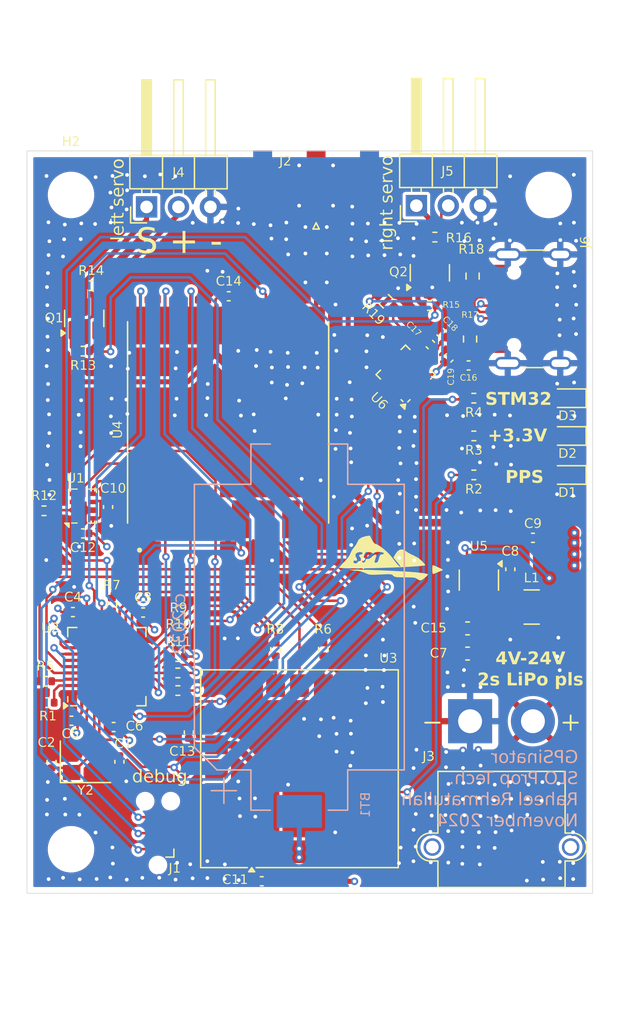
<source format=kicad_pcb>
(kicad_pcb (version 20240108) (generator "pcbnew") (generator_version "8.0")
  (layers (0 "F.Cu" signal) (1 "In1.Cu" signal) (2 "In2.Cu" signal) (31 "B.Cu" signal) (34 "B.Paste" user) (35 "F.Paste" user) (36 "B.SilkS" user "B.Silkscreen") (37 "F.SilkS" user "F.Silkscreen") (38 "B.Mask" user) (39 "F.Mask" user) (44 "Edge.Cuts" user))
  (net 0 "")
  (net 1 "GND")
  (net 2 "Net-(U2-PD1)")
  (net 3 "Net-(U2-PD0)")
  (net 4 "+3.3V")
  (net 5 "VCC")
  (net 6 "Net-(U5-CB)")
  (net 7 "Net-(U5-SW)")
  (net 8 "Net-(D1-A)")
  (net 9 "Net-(D2-A)")
  (net 10 "Net-(D3-A)")
  (net 11 "/SWDIO")
  (net 12 "/SWO")
  (net 13 "/SWCLK")
  (net 14 "/~{RST}")
  (net 15 "Net-(J2-In)")
  (net 16 "/SERVO_SIG_1")
  (net 17 "/SERVO_SIG_2")
  (net 18 "/TIM2_CH2")
  (net 19 "/TIM3_CH2")
  (net 20 "Net-(U2-BOOT0)")
  (net 21 "Net-(U3-TIMEPULSE)")
  (net 22 "Net-(U2-PA15)")
  (net 23 "Net-(U2-PB7)")
  (net 24 "/I2C1_SDA")
  (net 25 "Net-(U2-PB6)")
  (net 26 "/I2C1_SCL")
  (net 27 "/USART1_RX")
  (net 28 "Net-(U2-PA10)")
  (net 29 "/USART1_TX")
  (net 30 "Net-(U2-PA9)")
  (net 31 "Net-(U2-PA7)")
  (net 32 "/SPI1_MOSI")
  (net 33 "Net-(U2-PA6)")
  (net 34 "/SPI1_MISO")
  (net 35 "/SPI1_SCK")
  (net 36 "Net-(U2-PA5)")
  (net 37 "Net-(U2-PA4)")
  (net 38 "/BMP280_CS")
  (net 39 "/SX1276_CS")
  (net 40 "Net-(BT1-+)")
  (net 42 "+VSERIAL_3.3")
  (net 44 "/sx1276_DIO3")
  (net 45 "/sx1276_DIO2")
  (net 46 "/sx1276_DIO0")
  (net 48 "/sx1276_DIO1")
  (net 53 "+VUSB")
  (net 55 "Net-(J6-CC2)")
  (net 56 "Net-(J6-CC1)")
  (net 58 "Net-(U6-~{RST})")
  (net 59 "/USART2_RX")
  (net 66 "/USART2_TX")
  (net 71 "/D+")
  (net 72 "/D-")
  (footprint "imports:XCVR_RFM95W-915S2" (layer "F.Cu") (at 103.040557 125.977738 90)
    (property "Reference" "U4")
    (property "Value" "RFM95W-915S2")
  )
  (footprint "Resistor_SMD:R_0402_1005Metric" (layer "F.Cu") (at 91.503057 120.315238 180)
    (property "Reference" "R13")
    (property "Value" "10k")
  )
  (footprint "Capacitor_SMD:C_0402_1005Metric" (layer "F.Cu") (at 94.390557 152.952738 -90)
    (property "Reference" "C1")
    (property "Value" "10pF")
  )
  (footprint "Capacitor_SMD:C_0402_1005Metric" (layer "F.Cu") (at 122.170557 121.452738 180)
    (property "Reference" "C16")
    (property "Value" "100nF")
  )
  (footprint "LOGO" (layer "F.Cu") (at 113.913561 137.493065)
    (property "Reference" "G***" (hide yes))
    (property "Value" "LOGO" (hide yes))
  )
  (footprint "Capacitor_SMD:C_0402_1005Metric" (layer "F.Cu") (at 91.490557 134.802739 180)
    (property "Reference" "C12")
    (property "Value" "100nF")
  )
  (footprint "Capacitor_SMD:C_0402_1005Metric" (layer "F.Cu") (at 90.578057 149.690238 180)
    (property "Reference" "C5")
    (property "Value" "100nF")
  )
  (footprint "RF_GPS:ublox_SAM-M8Q" (layer "F.Cu") (at 108.715557 153.502738 90)
    (property "Reference" "U3")
    (property "Value" "SAM-M8Q")
  )
  (footprint "Capacitor_SMD:C_0402_1005Metric" (layer "F.Cu") (at 105.715559 162.447738 180)
    (property "Reference" "C11")
    (property "Value" "100nF")
  )
  (footprint "Resistor_SMD:R_0402_1005Metric" (layer "F.Cu") (at 122.590557 124.052738 180)
    (property "Reference" "R4")
    (property "Value" "1k")
  )
  (footprint "MountingHole:MountingHole_3.2mm_M3" (layer "F.Cu") (at 90.540557 159.902738)
    (property "Reference" "H1")
    (property "Value" "MountingHole")
  )
  (footprint "MountingHole:MountingHole_3.2mm_M3" (layer "F.Cu") (at 90.540557 107.902738)
    (property "Reference" "H2")
    (property "Value" "MountingHole")
  )
  (footprint "LED_SMD:LED_0603_1608Metric" (layer "F.Cu") (at 130.040809 130.156775 180)
    (property "Reference" "D1")
    (property "Value" "LED")
  )
  (footprint "Capacitor_SMD:C_0402_1005Metric" (layer "F.Cu") (at 119.129968 119.792149 -45)
    (property "Reference" "C17")
    (property "Value" "100nF")
  )
  (footprint "Crystal:Crystal_SMD_3225-4Pin_3.2x2.5mm" (layer "F.Cu") (at 91.690557 152.952738)
    (property "Reference" "Y2")
    (property "Value" "8MHz")
  )
  (footprint "Capacitor_SMD:C_0402_1005Metric" (layer "F.Cu") (at 93.490557 132.70274 -90)
    (property "Reference" "C10")
    (property "Value" "100nF")
  )
  (footprint "Capacitor_SMD:C_0402_1005Metric" (layer "F.Cu") (at 90.690557 141.052738)
    (property "Reference" "C4")
    (property "Value" "100nF")
  )
  (footprint "Capacitor_SMD:C_0402_1005Metric" (layer "F.Cu") (at 125.490557 137.652738 90)
    (property "Reference" "C8")
    (property "Value" "100nF")
  )
  (footprint "Package_TO_SOT_SMD:SOT-23" (layer "F.Cu") (at 119.090557 114.090239 90)
    (property "Reference" "Q2")
    (property "Value" "2N7002")
  )
  (footprint "Connector_AMASS:AMASS_XT30PW-M_1x02_P2.50mm_Horizontal" (layer "F.Cu") (at 122.290557 149.727738 180)
    (property "Reference" "J3")
    (property "Value" "PWRConn")
  )
  (footprint "Package_TO_SOT_SMD:SOT-23" (layer "F.Cu") (at 91.590557 117.715238 90)
    (property "Reference" "Q1")
    (property "Value" "2N7002")
  )
  (footprint "MountingHole:MountingHole_3.2mm_M3" (layer "F.Cu") (at 128.540557 107.902738)
    (property "Reference" "H3")
    (property "Value" "MountingHole")
  )
  (footprint "Inductor_SMD:L_1210_3225Metric" (layer "F.Cu") (at 127.190557 140.652738)
    (property "Reference" "L1")
    (property "Value" "12uH")
  )
  (footprint "Capacitor_SMD:C_0402_1005Metric" (layer "F.Cu") (at 103.090557 115.952738)
    (property "Reference" "C14")
    (property "Value" "100nF")
  )
  (footprint "Resistor_SMD:R_0402_1005Metric" (layer "F.Cu") (at 122.590557 130.152738 180)
    (property "Reference" "R2")
    (property "Value" "1k")
  )
  (footprint "Resistor_SMD:R_0603_1608Metric" (layer "F.Cu") (at 122.290557 119.352738 -90)
    (property "Reference" "R17")
    (property "Value" "5.1K")
  )
  (footprint "Resistor_SMD:R_0402_1005Metric" (layer "F.Cu") (at 92.150556 115.115238)
    (property "Reference" "R14")
    (property "Value" "10k")
  )
  (footprint "Resistor_SMD:R_0402_1005Metric" (layer "F.Cu") (at 99.040557 147.290237)
    (property "Reference" "R11")
    (property "Value" "0")
  )
  (footprint "Resistor_SMD:R_0402_1005Metric" (layer "F.Cu") (at 88.390557 133.002739)
    (property "Reference" "R12")
    (property "Value" "0")
  )
  (footprint "Capacitor_SMD:C_0402_1005Metric" (layer "F.Cu") (at 120.590557 120.852738 -135)
    (property "Reference" "C19")
    (property "Value" "4.7uF")
  )
  (footprint "Connector_USB:USB_C_Receptacle_GCT_USB4105-xx-A_16P_TopMnt_Horizontal" (layer "F.Cu") (at 128.390557 116.952738 90)
    (property "Reference" "J6")
    (property "Value" "USB_C_Receptacle")
  )
  (footprint "Resistor_SMD:R_0402_1005Metric" (layer "F.Cu") (at 88.690557 148.252738)
    (property "Reference" "R1")
    (property "Value" "10k")
  )
  (footprint "Resistor_SMD:R_0402_1005Metric" (layer "F.Cu") (at 99.040557 144.590238)
    (property "Reference" "R9")
    (property "Value" "0")
  )
  (footprint "Connector_PinHeader_2.54mm:PinHeader_1x03_P2.54mm_Horizontal" (layer "F.Cu") (at 118.015557 108.752738 90)
    (property "Reference" "J5")
    (property "Value" "Servo_Conn_2")
  )
  (footprint "Resistor_SMD:R_0402_1005Metric" (layer "F.Cu") (at 99.040557 145.890238)
    (property "Reference" "R10")
    (property "Value" "0")
  )
  (footprint "Resistor_SMD:R_0402_1005Metric" (layer "F.Cu") (at 93.790557 140.452738 90)
    (property "Reference" "R7")
    (property "Value" "0")
  )
  (footprint "Package_LGA:Bosch_LGA-8_2x2.5mm_P0.65mm_ClockwisePinNumbering" (layer "F.Cu") (at 91.490557 132.627738 90)
    (property "Reference" "U1")
    (property "Value" "BMP280")
  )
  (footprint "Package_DFN_QFN:SiliconLabs_QFN-20-1EP_3x3mm_P0.5mm_EP1.8x1.8mm" (layer "F.Cu") (at 117.156242 122.179084 135)
    (property "Reference" "U6")
    (property "Value" "CP2102N-Axx-xQFN20")
  )
  (footprint "Capacitor_SMD:C_0603_1608Metric" (layer "F.Cu") (at 122.090557 144.352738 180)
    (property "Reference" "C7")
    (property "Value" "2.2uF")
  )
  (footprint "Resistor_SMD:R_0402_1005Metric" (layer "F.Cu") (at 88.490557 146.552738)
    (property "Reference" "R5")
    (property "Value" "0")
  )
  (footprint "LED_SMD:LED_0603_1608Metric" (layer "F.Cu") (at 130.040809 127.056775 180)
    (property "Reference" "D2")
    (property "Value" "LED")
  )
  (footprint "Resistor_SMD:R_0603_1608Metric" (layer "F.Cu") (at 115.590557 116.352738 135)
    (property "Reference" "R19")
    (property "Value" "5.1K")
  )
  (footprint "Resistor_SMD:R_0603_1608Metric" (layer "F.Cu") (at 122.490557 114.352738 90)
    (property "Reference" "R18")
    (property "Value" "5.1K")
  )
  (footprint "LED_SMD:LED_0603_1608Metric" (layer "F.Cu") (at 130.040809 124.056775 180)
    (property "Reference" "D3")
    (property "Value" "LED")
  )
  (footprint "Resistor_SMD:R_0402_1005Metric" (layer "F.Cu") (at 119.490557 111.252738)
    (property "Reference" "R16")
    (property "Value" "10k")
  )
  (footprint "Capacitor_SMD:C_0402_1005Metric" (layer "F.Cu") (at 99.915558 150.607738 90)
    (property "Reference" "C13")
    (property "Value" "100nF")
  )
  (footprint "Connector_PinHeader_2.54mm:PinHeader_1x03_P2.54mm_Horizontal" (layer "F.Cu") (at 96.550557 108.852738 90)
    (property "Reference" "J4")
    (property "Value" "Servo_Conn_1")
  )
  (footprint "Connector:Tag-Connect_TC2030-IDC-NL_2x03_P1.27mm_Vertical" (layer "F.Cu") (at 97.455557 158.622738 90)
    (property "Reference" "J1")
    (property "Value" "Conn_ARM_SWD_TagConnect_TC2030-NL")
  )
  (footprint "Capacitor_SMD:C_0402_1005Metric" (layer "F.Cu") (at 93.928057 150.190238 180)
    (property "Reference" "C6")
    (property "Value" "100nF")
  )
  (footprint "Resistor_SMD:R_0402_1005Metric" (layer "F.Cu") (at 122.590557 127.052738 180)
    (property "Reference" "R3")
    (property "Value" "2k")
  )
  (footprint "Capacitor_SMD:C_0402_1005Metric" (layer "F.Cu") (at 96.278057 141.090238)
    (property "Reference" "C3")
    (property "Value" "100nF")
  )
  (footprint "Capacitor_SMD:C_0402_1005Metric" (layer "F.Cu") (at 88.990557 152.952738 90)
    (property "Reference" "C2")
    (property "Value" "10pF")
  )
  (footprint "Resistor_SMD:R_0402_1005Metric" (layer "F.Cu") (at 106.815558 144.027738 -90)
    (property "Reference" "R8")
    (property "Value" "0")
  )
  (footprint "Capacitor_SMD:C_0603_1608Metric" (layer "F.Cu") (at 122.090557 142.352738 180)
    (property "Reference" "C15")
    (property "Value" "2.2uF")
  )
  (footprint "Connector_Coaxial:SMA_Amphenol_132289_EdgeMount" (layer "F.Cu") (at 110.040557 106.902738 90)
    (property "Reference" "J2")
    (property "Value" "Conn_Coaxial")
  )
  (footprint "Resistor_SMD:R_0402_1005Metric" (layer "F.Cu") (at 119.065558 116.690239 180)
    (property "Reference" "R15")
    (property "Value" "10k")
  )
  (footprint "Package_DFN_QFN:QFN-36-1EP_6x6mm_P0.5mm_EP4.1x4.1mm" (layer "F.Cu") (at 93.390557 145.390238 90)
    (property "Reference" "U2")
    (property "Value" "STM32F103T8Ux")
  )
  (footprint "Package_TO_SOT_SMD:SOT-23-6" (layer "F.Cu") (at 122.990557 138.515238 -90)
    (property "Reference" "U5")
    (property "Value" "TPS560430X3FDBVR")
  )
  (footprint "Resistor_SMD:R_0402_1005Metric" (layer "F.Cu") (at 110.615557 144.017738 90)
    (property "Reference" "R6")
    (property "Value" "0")
  )
  (footprint "Capacitor_SMD:C_0402_1005Metric" (layer "F.Cu") (at 119.990557 118.852738 -45)
    (property "Reference" "C18")
    (property "Value" "4.7uF")
  )
  (footprint "Capacitor_SMD:C_0402_1005Metric" (layer "F.Cu") (at 127.290557 135.152738 180)
    (property "Reference" "C9")
    (property "Value" "22uF")
  )
  (footprint "Battery:BatteryHolder_Keystone_1060_1x2032" (layer "B.Cu") (at 108.702931 142.247612 90)
    (property "Reference" "BT1")
    (property "Value" "CR2032")
  )
  (gr_rect (start 87.040557 104.402738) (end 132.040557 163.402738) (stroke (width 0.05)) (fill none) (layer "Edge.Cuts"))
  (gr_text "GPSinator\nSLO Prop Tech.\nRaheel Rehmatullah\nNovember 2024" (at 130.890557 158.252738 0) (layer "B.SilkS") (effects (font (size 1 1) (thickness 0.1)) (justify left bottom mirror)))
  (gr_text "cr2032" (at 99.790557 139.552738 90) (layer "B.SilkS") (effects (font (size 1 1) (thickness 0.1)) (justify left bottom mirror)))
  (gr_text "PPS" (at 125.090557 130.952738 0) (layer "F.SilkS") (effects (font (size 1 1) (thickness 0.25) (bold yes)) (justify left bottom)))
  (gr_text "4V-24V\n2s LiPo pls" (at 127.090557 147.052738 0) (layer "F.SilkS") (effects (font (size 1 1) (thickness 0.2) (bold yes)) (justify bottom)))
  (gr_text "S + -" (at 95.690557 112.852738 0) (layer "F.SilkS") (effects (font (size 2 2)) (justify left bottom)))
  (gr_text "+3.3V" (at 123.690557 127.652738 0) (layer "F.SilkS") (effects (font (size 1 1) (thickness 0.25) (bold yes)) (justify left bottom)))
  (gr_text "STM32" (at 123.490557 124.752738 0) (layer "F.SilkS") (effects (font (size 1 1) (thickness 0.25) (bold yes)) (justify left bottom)))
  (gr_text "left servo" (at 94.890557 111.552738 90) (layer "F.SilkS") (effects (font (size 1 1) (thickness 0.1)) (justify left bottom)))
  (gr_text "debug" (at 95.390557 154.752738 0) (layer "F.SilkS") (effects (font (size 1 1) (thickness 0.1)) (justify left bottom)))
  (gr_text "right servo" (at 116.290557 112.317084 90) (layer "F.SilkS") (effects (font (size 1 1) (thickness 0.1)) (justify left bottom)))
  (via (at 112.714037 122.787039) (size 0.6) (drill 0.3) (layers "F.Cu" "B.Cu") (net 1))
  (via (at 109.132066 121.605658) (size 0.6) (drill 0.3) (layers "F.Cu" "B.Cu") (net 1))
  (via (at 88.697233 154.558176) (size 0.6) (drill 0.3) (layers "F.Cu" "B.Cu") (net 1))
  (via (at 124.317802 158.547285) (size 0.6) (drill 0.3) (layers "F.Cu" "B.Cu") (net 1))
  (via (at 118.03441 110.197868) (size 0.6) (drill 0.3) (layers "F.Cu" "B.Cu") (net 1))
  (via (at 120.530477 136.904822) (size 0.6) (drill 0.3) (layers "F.Cu" "B.Cu") (net 1))
  (via (at 91.205624 157.156371) (size 0.6) (drill 0.3) (layers "F.Cu" "B.Cu") (net 1))
  (via (at 90.084104 157.143717) (size 0.6) (drill 0.3) (layers "F.Cu" "B.Cu") (net 1))
  (via (at 120.54911 139.416933) (size 0.6) (drill 0.3) (layers "F.Cu" "B.Cu") (net 1))
  (via (at 125.465324 125.430649) (size 0.6) (drill 0.3) (layers "F.Cu" "B.Cu") (net 1))
  (via (at 121.833676 111.571043) (size 0.6) (drill 0.3) (layers "F.Cu" "B.Cu") (net 1))
  (via (at 116.549432 111.34142) (size 0.6) (drill 0.3) (layers "F.Cu" "B.Cu") (net 1))
  (via (at 110.890557 112.552738) (size 0.6) (drill 0.3) (layers "F.Cu" "B.Cu") (net 1))
  (via (at 107.81419 154.765796) (size 0.6) (drill 0.3) (layers "F.Cu" "B.Cu") (net 1))
  (via (at 130.592542 125.471211) (size 0.6) (drill 0.3) (layers "F.Cu" "B.Cu") (net 1))
  (via (at 101.419433 122.926183) (size 0.6) (drill 0.3) (layers "F.Cu" "B.Cu") (net 1))
  (via (at 122.996592 158.547978) (size 0.6) (drill 0.3) (layers "F.Cu" "B.Cu") (net 1))
  (via (at 107.626695 124.070541) (size 0.6) (drill 0.3) (layers "F.Cu" "B.Cu") (net 1))
  (via (at 125.590324 158.409492) (size 0.6) (drill 0.3) (layers "F.Cu" "B.Cu") (net 1))
  (via (at 117.972962 157.102927) (size 0.6) (drill 0.3) (layers "F.Cu" "B.Cu") (net 1))
  (via (at 123.018203 154.645421) (size 0.6) (drill 0.3) (layers "F.Cu" "B.Cu") (net 1))
  (via (at 130.550218 110.104378) (size 0.6) (drill 0.3) (layers "F.Cu" "B.Cu") (net 1))
  (via (at 103.836113 110.130513) (size 0.6) (drill 0.3) (layers "F.Cu" "B.Cu") (net 1))
  (via (at 91.153301 125.375278) (size 0.6) (drill 0.3) (layers "F.Cu" "B.Cu") (net 1))
  (via (at 120.570906 154.714064) (size 0.6) (drill 0.3) (layers "F.Cu" "B.Cu") (net 1))
  (via (at 112.928287 112.787111) (size 0.6) (drill 0.3) (layers "F.Cu" "B.Cu") (net 1))
  (via (at 119.163245 160.94127) (size 0.6) (drill 0.3) (layers "F.Cu" "B.Cu") (net 1))
  (via (at 123.119737 157.265102) (size 0.6) (drill 0.3) (layers "F.Cu" "B.Cu") (net 1))
  (via (at 117.986113 132.93929) (size 0.6) (drill 0.3) (layers "F.Cu" "B.Cu") (net 1))
  (via (at 129.420931 117.812944) (size 0.6) (drill 0.3) (layers "F.Cu" "B.Cu") (net 1))
  (via (at 89.9075 162.170668) (size 0.6) (drill 0.3) (layers "F.Cu" "B.Cu") (net 1))
  (via (at 123.09818 132.976235) (size 0.6) (drill 0.3) (layers "F.Cu" "B.Cu") (net 1))
  (via (at 92.455313 110.21021) (size 0.6) (drill 0.3) (layers "F.Cu" "B.Cu") (net 1))
  (via (at 88.591671 106.392843) (size 0.6) (drill 0.3) (layers "F.Cu" "B.Cu") (net 1))
  (via (at 123.116506 147.022721) (size 0.6) (drill 0.3) (layers "F.Cu" "B.Cu") (net 1))
  (via (at 88.629501 115.221838) (size 0.6) (drill 0.3) (layers "F.Cu" "B.Cu") (net 1))
  (via (at 125.532008 127.842804) (size 0.6) (drill 0.3) (layers "F.Cu" "B.Cu") (net 1))
  (via (at 95.173991 120.448794) (size 0.6) (drill 0.3) (layers "F.Cu" "B.Cu") (net 1))
  (via (at 92.579953 162.266534) (size 0.6) (drill 0.3) (layers "F.Cu" "B.Cu") (net 1))
  (via (at 88.623922 157.136867) (size 0.6) (drill 0.3) (layers "F.Cu" "B.Cu") (net 1))
  (via (at 116.567713 115.314441) (size 0.6) (drill 0.3) (layers "F.Cu" "B.Cu") (net 1))
  (via (at 130.483992 158.5524) (size 0.6) (drill 0.3) (layers "F.Cu" "B.Cu") (net 1))
  (via (at 128.101345 162.312763) (size 0.6) (drill 0.3) (layers "F.Cu" "B.Cu") (net 1))
  (via (at 130.486207 131.810471) (size 0.6) (drill 0.3) (layers "F.Cu" "B.Cu") (net 1))
  (via (at 125.494958 154.56462) (size 0.6) (drill 0.3) (layers "F.Cu" "B.Cu") (net 1))
  (via (at 123.075854 129.154179) (size 0.6) (drill 0.3) (layers "F.Cu" "B.Cu") (net 1))
  (via (at 114.12383 147.086076) (size 0.6) (drill 0.3) (layers "F.Cu" "B.Cu") (net 1))
  (via (at 124.24624 125.363704) (size 0.6) (drill 0.3) (layers "F.Cu" "B.Cu") (net 1))
  (via (at 105.082047 110.218266) (size 0.6) (drill 0.3) (layers "F.Cu" "B.Cu") (net 1))
  (via (at 124.317334 110.208863) (size 0.6) (drill 0.3) (layers "F.Cu" "B.Cu") (net 1))
  (via (at 120.4168 132.94166) (size 0.6) (drill 0.3) (layers "F.Cu" "B.Cu") (net 1))
  (via (at 121.636875 110.105673) (size 0.6) (drill 0.3) (layers "F.Cu" "B.Cu") (net 1))
  (via (at 116.757117 129.238531) (size 0.6) (drill 0.3) (layers "F.Cu" "B.Cu") (net 1))
  (via (at 110.39741 130.580359) (size 0.6) (drill 0.3) (layers "F.Cu" "B.Cu") (net 1))
  (via (at 130.543023 106.298516) (size 0.6) (drill 0.3) (layers "F.Cu" "B.Cu") (net 1))
  (via (at 124.24594 159.79894) (size 0.6) (drill 0.3) (layers "F.Cu" "B.Cu") (net 1))
  (via (at 111.662111 150.728399) (size 0.6) (drill 0.3) (layers "F.Cu" "B.Cu") (net 1))
  (via (at 108.940585 122.871059) (size 0.6) (drill 0.3) (layers "F.Cu" "B.Cu") (net 1))
  (via (at 125.474018 106.419548) (size 0.6) (drill 0.3) (layers "F.Cu" "B.Cu") (net 1))
  (via (at 117.84385 135.599282) (size 0.6) (drill 0.3) (layers "F.Cu" "B.Cu") (net 1))
  (via (at 117.803838 140.622825) (size 0.6) (drill 0.3) (layers "F.Cu" "B.Cu") (net 1))
  (via (at 129.219211 115.2345) (size 0.6) (drill 0.3) (layers "F.Cu" "B.Cu") (net 1))
  (via (at 101.290514 125.402399) (size 0.6) (drill 0.3) (layers "F.Cu" "B.Cu") (net 1))
  (via (at 112.789202 149.686969) (size 0.6) (drill 0.3) (layers "F.Cu" "B.Cu") (net 1))
  (via (at 111.663127 152.13837) (size 0.6) (drill 0.3) (layers "F.Cu" "B.Cu") (net 1))
  (via (at 124.145302 127.93086) (size 0.6) (drill 0.3) (layers "F.Cu" "B.Cu") (net 1))
  (via (at 130.624193 115.133127) (size 0.6) (drill 0.3) (layers "F.Cu" "B.Cu") (net 1))
  (via (at 91.310181 126.759348) (size 0.6) (drill 0.3) (layers "F.Cu" "B.Cu") (net 1))
  (via (at 94.936882 154.504834) (size 0.6) (drill 0.3) (layers "F.Cu" "B.Cu") (net 1))
  (via (at 102.780559 161.106857) (size 0.6) (drill 0.3) (layers "F.Cu" "B.Cu") (net 1))
  (via (at 116.666648 110.121333) (size 0.6) (drill 0.3) (layers "F.Cu" "B.Cu") (net 1))
  (via (at 121.732428 125.473631) (size 0.6) (drill 0.3) (layers "F.Cu" "B.Cu") (net 1))
  (via (at 126.874445 155.902462) (size 0.6) (drill 0.3) (layers "F.Cu" "B.Cu") (net 1))
  (via (at 126.80497 162.392194) (size 0.6) (drill 0.3) (layers "F.Cu" "B.Cu") (net 1))
  (via (at 88.822452 111.580043) (size 0.6) (drill 0.3) (layers "F.Cu" "B.Cu") (net 1))
  (via (at 130.733647 116.622626) (size 0.6) (drill 0.3) (layers "F.Cu" "B.Cu") (net 1))
  (via (at 95.025937 125.305766) (size 0.6) (drill 0.3) (layers "F.Cu" "B.Cu") (net 1))
  (via (at 110.890557 110.452738) (size 0.6) (drill 0.3) (layers "F.Cu" "B.Cu") (net 1))
  (via (at 117.991662 131.888013) (size 0.6) (drill 0.3) (layers "F.Cu" "B.Cu") (net 1))
  (via (at 114.050639 121.602619) (size 0.6) (drill 0.3) (layers "F.Cu" "B.Cu") (net 1))
  (via (at 121.72603 153.440688) (size 0.6) (drill 0.3) (layers "F.Cu" "B.Cu") (net 1))
  (via (at 105.262681 121.496364) (size 0.6) (drill 0.3) (layers "F.Cu" "B.Cu") (net 1))
  (via (at 117.987707 130.4911) (size 0.6) (drill 0.3) (layers "F.Cu" "B.Cu") (net 1))
  (via (at 120.414938 155.922266) (size 0.6) (drill 0.3) (layers "F.Cu" "B.Cu") (net 1))
  (via (at 120.555188 160.964502) (size 0.6) (drill 0.3) (layers "F.Cu" "B.Cu") (net 1))
  (via (at 118.022745 151.989444) (size 0.6) (drill 0.3) (layers "F.Cu" "B.Cu") (net 1))
  (via (at 129.422081 145.674019) (size 0.6) (drill 0.3) (layers "F.Cu" "B.Cu") (net 1))
  (via (at 114.100475 134.187683) (size 0.6) (drill 0.3) (layers "F.Cu" "B.Cu") (net 1))
  (via (at 103.854109 108.986731) (size 0.6) (drill 0.3) (layers "F.Cu" "B.Cu") (net 1))
  (via (at 122.944653 151.995356) (size 0.6) (drill 0.3) (layers "F.Cu" "B.Cu") (net 1))
  (via (at 90.045353 110.255335) (size 0.6) (drill 0.3) (layers "F.Cu" "B.Cu") (net 1))
  (via (at 129.206688 116.646243) (size 0.6) (drill 0.3) (layers "F.Cu" "B.Cu") (net 1))
  (via (at 129.467076 111.487118) (size 0.6) (drill 0.3) (layers "F.Cu" "B.Cu") (net 1))
  (via (at 109.082511 149.541851) (size 0.6) (drill 0.3) (layers "F.Cu" "B.Cu") (net 1))
  (via (at 88.693848 124.202686) (size 0.6) (drill 0.3) (layers "F.Cu" "B.Cu") (net 1))
  (via (at 110.166299 121.626825) (size 0.6) (drill 0.3) (layers "F.Cu" "B.Cu") (net 1))
  (via (at 128.044006 154.564403) (size 0.6) (drill 0.3) (layers "F.Cu" "B.Cu") (net 1))
  (via (at 111.390557 105.552738) (size 0.6) (drill 0.3) (layers "F.Cu" "B.Cu") (net 1))
  (via (at 93.742111 134.202021) (size 0.6) (drill 0.3) (layers "F.Cu" "B.Cu") (net 1))
  (via (at 121.845122 157.199388) (size 0.6) (drill 0.3) (layers "F.Cu" "B.Cu") (net 1))
  (via (at 124.323181 132.953149) (size 0.6) (drill 0.3) (layers "F.Cu" "B.Cu") (net 1))
  (via (at 111.560097 158.561832) (size 0.6) (drill 0.3) (layers "F.Cu" "B.Cu") (net 1))
  (via (at 130.723787 111.542558) (size 0.6) (drill 0.3) (layers "F.Cu" "B.Cu") (net 1))
  (via (at 88.707912 120.237986) (size 0.6) (drill 0.3) (layers "F.Cu" "B.Cu") (net 1))
  (via (at 100.216217 162.210664) (size 0.6) (drill 0.3) (layers "F.Cu" "B.Cu") (net 1))
  (via (at 106.488299 111.366532) (size 0.6) (drill 0.3) (layers "F.Cu" "B.Cu") (net 1))
  (via (at 107.80873 121.573186) (size 0.6) (drill 0.3) (layers "F.Cu" "B.Cu") (net 1))
  (via (at 120.527536 135.512247) (size 0.6) (drill 0.3) (layers "F.Cu" "B.Cu") (net 1))
  (via (at 88.603037 121.503197) (size 0.6) (drill 0.3) (layers "F.Cu" "B.Cu") (net 1))
  (via (at 121.807095 145.658547) (size 0.6) (drill 0.3) (layers "F.Cu" "B.Cu") (net 1))
  (via (at 129.408662 119.056215) (size 0.6) (drill 0.3) (layers "F.Cu" "B.Cu") (net 1))
  (via (at 110.090557 120.452738) (size 0.6) (drill 0.3) (layers "F.Cu" "B.Cu") (net 1))
  (via (at 105.316859 120.222679) (size 0.6) (drill 0.3) (layers "F.Cu" "B.Cu") (net 1))
  (via (at 113.99431 148.29455) (size 0.6) (drill 0.3) (layers "F.Cu" "B.Cu") (net 1))
  (via (at 88.668192 119.160776) (size 0.6) (drill 0.3) (layers "F.Cu" "B.Cu") (net 1))
  (via (at 129.42645 160.900532) (size 0.6) (drill 0.3) (layers "F.Cu" "B.Cu") (net 1))
  (via (at 93.834656 159.760157) (size 0.6) (drill 0.3) (layers "F.Cu" "B.Cu") (net 1))
  (via (at 111.48985 119.0273) (size 0.6) (drill 0.3) (layers "F.Cu" "B.Cu") (net 1))
  (via (at 91.190557 135.852738) (size 0.6) (drill 0.3) (layers "F.Cu" "B.Cu") (net 1))
  (via (at 116.657812 135.628552) (size 0.6) (drill 0.3) (layers "F.Cu" "B.Cu") (net 1))
  (via (at 120.459175 125.407556) (size 0.6) (drill 0.3) (layers "F.Cu" "B.Cu") (net 1))
  (via (at 101.388918 162.193275) (size 0.6) (drill 0.3) (layers "F.Cu" "B.Cu") (net 1))
  (via (at 121.587896 133.141632) (size 0.6) (drill 0.3) (layers "F.Cu" "B.Cu") (net 1))
  (via (at 121.643533 128.052105) (size 0.6) (drill 0.3) (layers "F.Cu" "B.Cu") (net 1))
  (via (at 112.765854 153.268317) (size 0.6) (drill 0.3) (layers "F.Cu" "B.Cu") (net 1))
  (via (at 112.73407 126.812935) (size 0.6) (drill 0.3) (layers "F.Cu" "B.Cu") (net 1))
  (via (at 103.91798 124.247066) (size 0.6) (drill 0.3) (layers "F.Cu" "B.Cu") (net 1))
  (via (at 125.567205 155.896904) (size 0.6) (drill 0.3) (layers "F.Cu" "B.Cu") (net 1))
  (via (at 103.882927 162.358231) (size 0.6) (drill 0.3) (layers "F.Cu" "B.Cu") (net 1))
  (via (at 130.719959 118.954991) (size 0.6) (drill 0.3) (layers "F.Cu" "B.Cu") (net 1))
  (via (at 126.934507 154.762919) (size 0.6) (drill 0.3) (layers "F.Cu" "B.Cu") (net 1))
  (via (at 88.718753 122.928417) (size 0.6) (drill 0.3) (layers "F.Cu" "B.Cu") (net 1))
  (via (at 88.707287 117.733697) (size 0.6) (drill 0.3) (layers "F.Cu" "B.Cu") (net 1))
  (via (at 93.710989 125.497076) (size 0.6) (drill 0.3) (layers "F.Cu" "B.Cu") (net 1))
  (via (at 116.569854 130.565549) (size 0.6) (drill 0.3) (layers "F.Cu" "B.Cu") (net 1))
  (via (at 119.235007 157.227976) (size 0.6) (drill 0.3) (layers "F.Cu" "B.Cu") (net 1))
  (via (at 115.323899 146.987268) (size 0.6) (drill 0.3) (layers "F.Cu" "B.Cu") (net 1))
  (via (at 125.52628 133.032937) (size 0.6) (drill 0.3) (layers "F.Cu" "B.Cu") (net 1))
  (via (at 96.213305 162.175815) (size 0.6) (drill 0.3) (layers "F.Cu" "B.Cu") (net 1))
  (via (at 129.305062 125.550651) (size 0.6) (drill 0.3) (layers "F.Cu" "B.Cu") (net 1))
  (via (at 129.456022 162.205226) (size 0.6) (drill 0.3) (layers "F.Cu" "B.Cu") (net 1))
  (via (at 90.790557 139.052738) (size 0.6) (drill 0.3) (layers "F.Cu" "B.Cu") (net 1))
  (via (at 91.232837 162.294724) (size 0.6) (drill 0.3) (layers "F.Cu" "B.Cu") (net 1))
  (via (at 112.926773 152.206421) (size 0.6) (drill 0.3) (layers "F.Cu" "B.Cu") (net 1))
  (via (at 114.186681 112.706173) (size 0.6) (drill 0.3) (layers "F.Cu" "B.Cu") (net 1))
  (via (at 120.48978 138.223747) (size 0.6) (drill 0.3) (layers "F.Cu" "B.Cu") (net 1))
  (via (at 101.395318 124.047934) (size 0.6) (drill 0.3) (layers "F.Cu" "B.Cu") (net 1))
  (via (at 92.495052 106.4897) (size 0.6) (drill 0.3) (layers "F.Cu" "B.Cu") (net 1))
  (via (at 116.654187 128.011202) (size 0.6) (drill 0.3) (layers "F.Cu" "B.Cu") (net 1))
  (via (at 92.494037 158.575619) (size 0.6) (drill 0.3) (layers "F.Cu" "B.Cu") (net 1))
  (via (at 98.795567 125.417795) (size 0.6) (drill 0.3) (layers "F.Cu" "B.Cu") (net 1))
  (via (at 115.479333 112.686308) (size 0.6) (drill 0.3) (layers "F.Cu" "B.Cu") (net 1))
  (via (at 120.521743 147.008421) (size 0.6) (drill 0.3) (layers "F.Cu" "B.Cu") (net 1))
  (via (at 120.490149 145.849181) (size 0.6) (drill 0.3) (layers "F.Cu" "B.Cu") (net 1))
  (via (at 130.492894 162.275582) (size 0.6) (drill 0.3) (layers "F.Cu" "B.Cu") (net 1))
  (via (at 88.79416 125.338711) (size 0.6) (drill 0.3) (layers "F.Cu" "B.Cu") (net 1))
  (via (at 121.724431 152.043696) (size 0.6) (drill 0.3) (layers "F.Cu" "B.Cu") (net 1))
  (via (at 106.537596 136.94802) (size 0.6) (drill 0.3) (layers "F.Cu" "B.Cu") (net 1))
  (via (at 125.490133 143.240032) (size 0.6) (drill 0.3) (layers "F.Cu" "B.Cu") (net 1))
  (via (at 123.125047 153.252326) (size 0.6) (drill 0.3) (layers "F.Cu" "B.Cu") (net 1))
  (via (at 122.939525 127.892486) (size 0.6) (drill 0.3) (layers "F.Cu" "B.Cu") (net 1))
  (via (at 116.701065 126.712097) (size 0.6) (drill 0.3) (layers "F.Cu" "B.Cu") (net 1))
  (via (at 124.250077 154.770846) (size 0.6) (drill 0.3) (layers "F.Cu" "B.Cu") (net 1))
  (via (at 98.868201 121.684355) (size 0.6) (drill 0.3) (layers "F.Cu" "B.Cu") (net 1))
  (via (at 111.390557 108.752738) (size 0.6) (drill 0.3) (layers "F.Cu" "B.Cu") (net 1))
  (via (at 111.613561 126.592678) (size 0.6) (drill 0.3) (layers "F.Cu" "B.Cu") (net 1))
  (via (at 101.386797 160.853717) (size 0.6) (drill 0.3) (layers "F.Cu" "B.Cu") (net 1))
  (via (at 120.323999 157.188215) (size 0.6) (drill 0.3) (layers "F.Cu" "B.Cu") (net 1))
  (via (at 130.496059 160.9999) (size 0.6) (drill 0.3) (layers "F.Cu" "B.Cu") (net 1))
  (via (at 98.970174 120.385342) (size 0.6) (drill 0.3) (layers "F.Cu" "B.Cu") (net 1))
  (via (at 124.192062 156.010482) (size 0.6) (drill 0.3) (layers "F.Cu" "B.Cu") (net 1))
  (via (at 98.981132 160.98003) (size 0.6) (drill 0.3) (layers "F.Cu" "B.Cu") (net 1))
  (via (at 114.111113 119.053717) (size 0.6) (drill 0.3) (layers "F.Cu" "B.Cu") (net 1))
  (via (at 115.477909 144.504453) (size 0.6) (drill 0.3) (layers "F.Cu" "B.Cu") (net 1))
  (via (at 117.890386 125.532875) (size 0.6) (drill 0.3) (layers "F.Cu" "B.Cu") (net 1))
  (via (at 117.780847 127.849768) (size 0.6) (drill 0.3) (layers "F.Cu" "B.Cu") (net 1))
  (via (at 105.07595 125.340116) (size 0.6) (drill 0.3) (layers "F.Cu" "B.Cu") (net 1))
  (via (at 102.758117 162.252581) (size 0.6) (drill 0.3) (layers "F.Cu" "B.Cu") (net 1))
  (via (at 100.025442 161.094083) (size 0.6) (drill 0.3) (layers "F.Cu" "B.Cu") (net 1))
  (via (at 117.793228 153.451063) (size 0.6) (drill 0.3) (layers "F.Cu" "B.Cu") (net 1))
  (via (at 105.205051 157.311854) (size 0.6) (drill 0.3) (layers "F.Cu" "B.Cu") (net 1))
  (via (at 119.283536 115.248011) (size 0.6) (drill 0.3) (layers "F.Cu" "B.Cu") (net 1))
  (via (at 97.561749 162.165452) (size 0.6) (drill 0.3) (layers "F.Cu" "B.Cu") (net 1))
  (via (at 117.791543 112.748405) (size 0.6) (drill 0.3) (layers "F.Cu" "B.Cu") (net 1))
  (via (at 119.136247 158.525529) (size 0.6) (drill 0.3) (layers "F.Cu" "B.Cu") (net 1))
  (via (at 123.026407 125.363425) (size 0.6) (drill 0.3) (layers "F.Cu" "B.Cu") (net 1))
  (via (at 124.359685 157.287699) (size 0.6) (drill 0.3) (layers "F.Cu" "B.Cu") (net 1))
  (via (at 112.858952 124.157757) (size 0.6) (drill 0.3) (layers "F.Cu" "B.Cu") (net 1))
  (via (at 88.744654 110.075409) (size 0.6) (drill 0.3) (layers "F.Cu" "B.Cu") (net 1))
  (via (at 93.665991 162.143744) (size 0.6) (drill 0.3) (layers "F.Cu" "B.Cu") (net 1))
  (via (at 121.672289 161.06328) (size 0.6) (drill 0.3) (layers "F.Cu" "B.Cu") (net 1))
  (via (at 124.364876 129.287436) (size 0.6) (drill 0.3) (layers "F.Cu" "B.Cu") (net 1))
  (via (at 103.847705 154.51607) (size 0.6) (drill 0.3) (layers "F.Cu" "B.Cu") (net 1))
  (via (at 122.968685 159.73692) (size 0.6) (drill 0.3) (layers "F.Cu" "B.Cu") (net 1))
  (via (at 88.655948 116.659813) (size 0.6) (drill 0.3) (layers "F.Cu" "B.Cu") (net 1))
  (via (at 102.761891 143.148734) (size 0.6) (drill 0.3) (layers "F.Cu" "B.Cu") (net 1))
  (via (at 125.453307 111.516618) (size 0.6) (drill 0.3) (layers "F.Cu" "B.Cu") (net 1))
  (via (at 103.946441 155.870523) (size 0.6) (drill 0.3) (layers "F.Cu" "B.Cu") (net 1))
  (via (at 95.000502 106.310645) (size 0.6) (drill 0.3) (layers "F.Cu" "B.Cu") (net 1))
  (via (at 112.930876 110.185802) (size 0.6) (drill 0.3) (layers "F.Cu" "B.Cu") (net 1))
  (via (at 114.045612 120.332377) (size 0.6) (drill 0.3) (layers "F.Cu" "B.Cu") (net 1))
  (via (at 109.190557 114.852738) (size 0.6) (drill 0.3) (layers "F.Cu" "B.Cu") (net 1))
  (via (at 107.661189 111.422591) (size 0.6) (drill 0.3) (layers "F.Cu" "B.Cu") (net 1))
  (via (at 93.871176 161.046837) (size 0.6) (drill 0.3) (layers "F.Cu" "B.Cu") (net 1))
  (via (at 116.689644 125.537735) (size 0.6) (drill 0.3) (layers "F.Cu" "B.Cu") (net 1))
  (via (at 116.733685 112.627893) (size 0.6) (drill 0.3) (layers "F.Cu" "B.Cu") (net 1))
  (via (at 103.843254 120.291402) (size 0.6) (drill 0.3) (layers "F.Cu" "B.Cu") (net 1))
  (via (at 113.972891 145.649367) (size 0.6) (drill 0.3) (layers "F.Cu" "B.Cu") (net 1))
  (via (at 106.420233 120.368089) (size 0.6) (drill 0.3) (layers "F.Cu" "B.Cu") (net 1))
  (via (at 88.817147 126.832048) (size 0.6) (drill 0.3) (layers "F.Cu" "B.Cu") (net 1))
  (via (at 115.278389 111.525196) (size 0.6) (drill 0.3) (layers "F.Cu" "B.Cu") (net 1))
  (via (at 111.677193 125.368761) (size 0.6) (drill 0.3) (layers "F.Cu" "B.Cu") (net 1))
  (via (at 93.697277 110.085994) (size 0.6) (drill 0.3) (layers "F.Cu" "B.Cu") (net 1))
  (via (at 115.355958 148.203722) (size 0.6) (drill 0.3) (layers "F.Cu" "B.Cu") (net 1))
  (via (at 112.88172 125.511053) (size 0.6) (drill 0.3) (layers "F.Cu" "B.Cu") (net 1))
  (via (at 91.361199 110.16302) (size 0.6) (drill 0.3) (layers "F.Cu" "B.Cu") (net 1))
  (via (at 111.437552 149.449611) (size 0.6) (drill 0.3) (layers "F.Cu" "B.Cu") (net 1))
  (via (at 101.385984 113.926093) (size 0.6) (drill 0.3) (layers "F.Cu" "B.Cu") (net 1))
  (via (at 98.856044 162.317251) (size 0.6) (drill 0.3) (layers "F.Cu" "B.Cu") (net 1))
  (via (at 129.210925 131.685032) (size 0.6) (drill 0.3) (layers "F.Cu" "B.Cu") (net 1))
  (via (at 106.512016 122.808022) (size 0.6) (drill 0.3) (layers "F.Cu" "B.Cu") (net 1))
  (via (at 115.482836 110.10864) (size 0.6) (drill 0.3) (layers "F.Cu" "B.Cu") (net 1))
  (via (at 120.375204 153.385878) (size 0.6) (drill 0.3) (layers "F.Cu" "B.Cu") (net 1))
  (via (at 109.190557 112.552738) (size 0.6) (drill 0.3) (layers "F.Cu" "B.Cu") (net 1))
  (via (at 105.176801 155.853845) (size 0.6) (drill 0.3) (layers "F.Cu" "B.Cu") (net 1))
  (via (at 118.024032 129.209049) (size 0.6) (drill 0.3) (layers "F.Cu" "B.Cu") (net 1))
  (via (at 111.583217 116.609656) (size 0.6) (drill 0.3) (layers "F.Cu" "B.Cu") (net 1))
  (via (at 119.056729 155.820382) (size 0.6) (drill 0.3) (layers "F.Cu" "B.Cu") (net 1))
  (via (at 94.97462 162.320964) (size 0.6) (drill 0.3) (layers "F.Cu" "B.Cu") (net 1))
  (via (at 123.002963 155.830373) (size 0.6) (drill 0.3) (layers "F.Cu" "B.Cu") (net 1))
  (via (at 117.966001 159.69431) (size 0.6) (drill 0.3) (layers "F.Cu" "B.Cu") (net 1))
  (via (at 129.312556 143.087927) (size 0.6) (drill 0.3) (layers "F.Cu" "B.Cu") (net 1))
  (via (at 117.927009 141.910623) (size 0.6) (drill 0.3) (layers "F.Cu" "B.Cu") (net 1))
  (via (at 128.074389 160.910403) (size 0.6) (drill 0.3) (layers "F.Cu" "B.Cu") (net 1))
  (via (at 103.982553 157.270942) (size 0.6) (drill 0.3) (layers "F.Cu" "B.Cu") (net 1))
  (via (at 116.519193 133.115409) (size 0.6) (drill 0.3) (layers "F.Cu" "B.Cu") (net 1))
  (via (at 121.764396 146.883561) (size 0.6) (drill 0.3) (layers "F.Cu" "B.Cu") (net 1))
  (via (at 115.439977 145.667142) (size 0.6) (drill 0.3) (layers "F.Cu" "B.Cu") (net 1))
  (via (at 120.45638 140.797296) (size 0.6) (drill 0.3) (layers "F.Cu" "B.Cu") (net 1))
  (via (at 93.760268 108.896758) (size 0.6) (drill 0.3) (layers "F.Cu" "B.Cu") (net 1))
  (via (at 117.796311 158.355689) (size 0.6) (drill 0.3) (layers "F.Cu" "B.Cu") (net 1))
  (via (at 117.789991 111.348457) (size 0.6) (drill 0.3) (layers "F.Cu" "B.Cu") (net 1))
  (via (at 129.240889 144.586746) (size 0.6) (drill 0.3) (layers "F.Cu" "B.Cu") (net 1))
  (via (at 88.712381 127.850058) (size 0.6) (drill 0.3) (layers "F.Cu" "B.Cu") (net 1))
  (via (at 96.41609 106.414379) (size 0.6) (drill 0.3) (layers "F.Cu" "B.Cu") (net 1))
  (via (at 93.726197 121.513158) (size 0.6) (drill 0.3) (layers "F.Cu" "B.Cu") (net 1))
  (via (at 121.683101 159.713786) (size 0.6) (drill 0.3) (layers "F.Cu" "B.Cu") (net 1))
  (via (at 93.737817 126.821871) (size 0.6) (drill 0.3) (layers "F.Cu" "B.Cu") (net 1))
  (via (at 116.699106 131.647077) (size 0.6) (drill 0.3) (layers "F.Cu" "B.Cu") (net 1))
  (via (at 103.815841 143.138952) (size 0.6) (drill 0.3) (layers "F.Cu" "B.Cu") (net 1))
  (via (at 126.84297 157.165137) (size 0.6) (drill 0.3) (layers "F.Cu" "B.Cu") (net 1))
  (via (at 115.355954 143.243614) (size 0.6) (drill 0.3) (layers "F.Cu" "B.Cu") (net 1))
  (via (at 104.058293 125.436632) (size 0.6) (drill 0.3) (layers "F.Cu" "B.Cu") (net 1))
  (via (at 112.809644 150.719415) (size 0.6) (drill 0.3) (layers "F.Cu" "B.Cu") (net 1))
  (via (at 108.690557 105.552738) (size 0.6) (drill 0.3) (layers "F.Cu" "B.Cu") (net 1))
  (via (at 105.1477 126.662211) (size 0.6) (drill 0.3) (layers "F.Cu" "B.Cu") (net 1))
  (via (at 106.413002 110.311057) (size 0.6) (drill 0.3) (layers "F.Cu" "B.Cu") (net 1))
  (via (at 117.84556 136.942609) (size 0.6) (drill 0.3) (layers "F.Cu" "B.Cu") (net 1))
  (via (at 121.757251 154.638655) (size 0.6) (drill 0.3) (layers "F.Cu" "B.Cu") (net 1))
  (via (at 108.895451 130.460108) (size 0.6) (drill 0.3) (layers "F.Cu" "B.Cu") (net 1))
  (via (at 117.783254 160.856528) (size 0.6) (drill 0.3) (layers "F.Cu" "B.Cu") (net 1))
  (via (at 111.587448 128.084316) (size 0.6) (drill 0.3) (layers "F.Cu" "B.Cu") (net 1))
  (via (at 110.288757 150.918773) (size 0.6) (drill 0.3) (layers "F.Cu" "B.Cu") (net 1))
  (via (at 125.461083 157.304875) (size 0.6) (drill 0.3) (layers "F.Cu" "B.Cu") (net 1))
  (via (at 129.46627 110.16977) (size 0.6) (drill 0.3) (layers "F.Cu" "B.Cu") (net 1))
  (via (at 93.839258 106.387878) (size 0.6) (drill 0.3) (layers "F.Cu" "B.Cu") (net 1))
  (via (at 88.634225 155.977114) (size 0.6) (drill 0.3) (layers "F.Cu" "B.Cu") (net 1))
  (via (at 106.519054 121.616153) (size 0.6) (drill 0.3) (layers "F.Cu" "B.Cu") (net 1))
  (via (at 102.596901 110.06466) (size 0.6) (drill 0.3) (layers "F.Cu" "B.Cu") (net 1))
  (via (at 97.640707 106.271728) (size 0.6) (drill 0.3) (layers "F.Cu" "B.Cu") (net 1))
  (via (at 122.880427 110.105474) (size 0.6) (drill 0.3) (layers "F.Cu" "B.Cu") (net 1))
  (via (at 116.633848 161.007848) (size 0.6) (drill 0.3) (layers "F.Cu" "B.Cu") (net 1))
  (via (at 112.83109 129.147795) (size 0.6) (drill 0.3) (layers "F.Cu" "B.Cu") (net 1))
  (via (at 110.210638 125.362799) (size 0.6) (drill 0.3) (layers "F.Cu" "B.Cu") (net 1))
  (via (at 91.312312 111.411343) (size 0.6) (drill 0.3) (layers "F.Cu" "B.Cu") (net 1))
  (via (at 123.042839 111.511248) (size 0.6) (drill 0.3) (layers "F.Cu" "B.Cu") (net 1))
  (via (at 89.994635 111.426522) (size 0.6) (drill 0.3) (layers "F.Cu" "B.Cu") (net 1))
  (via (at 124.151213 111.367258) (size 0.6) (drill 0.3) (layers "F.Cu" "B.Cu") (net 1))
  (via (at 110.423269 149.577381) (size 0.6) (drill 0.3) (layers "F.Cu" "B.Cu") (net 1))
  (via (at 100.222187 110.117132) (size 0.6) (drill 0.3) (layers "F.Cu" "B.Cu") (net 1))
  (via (at 112.852176 111.416513) (size 0.6) (drill 0.3) (layers "F.Cu" "B.Cu") (net 1))
  (via (at 93.67479 107.711872) (size 0.6) (drill 0.3) (layers "F.Cu" "B.Cu") (net 1))
  (via (at 88.827647 130.553379) (size 0.6) (drill 0.3) (layers "F.Cu" "B.Cu") (net 1))
  (via (at 115.350853 119.193614) (size 0.6) (drill 0.3) (layers "F.Cu" "B.Cu") (net 1))
  (via (at 98.840976 106.416046) (size 0.6) (drill 0.3) (layers "F.Cu" "B.Cu") (net 1))
  (via (at 88.635117 129.348896) (size 0.6) (drill 0.3) (layers "F.Cu" "B.Cu") (net 1))
  (via (at 94.964181 109.051207) (size 0.6) (drill 0.3) (layers "F.Cu" "B.Cu") (net 1))
  (via (at 107.818107 112.628852) (size 0.6) (drill 0.3) (layers "F.Cu" "B.Cu") (net 1))
  (via (at 121.716067 155.921972) (size 0.6) (drill 0.3) (layers "F.Cu" "B.Cu") (net 1))
  (via (at 114.022781 111.589285) (size 0.6) (drill 0.3) (layers "F.Cu" "B.Cu") (net 1))
  (via (at 125.550797 129.33631) (size 0.6) (drill 0.3) (layers "F.Cu" "B.Cu") (net 1))
  (via (at 91.348211 124.220047) (size 0.6) (drill 0.3) (layers "F.Cu" "B.Cu") (net 1))
  (via (at 88.573016 136.918295) (size 0.6) (drill 0.3) (layers "F.Cu" "B.Cu") (net 1))
  (via (at 102.600832 114.009635) (size 0.6) (drill 0.3) (layers "F.Cu" "B.Cu") (net 1))
  (via (at 88.707 114.112737) (size 0.6) (drill 0.3) (layers "F.Cu" "B.Cu") (net 1))
  (via (at 129.321039 154.679584) (size 0.6) (drill 0.3) (layers "F.Cu" "B.Cu") (net 1))
  (via (at 117.887995 126.683358) (size 0.6) (drill 0.3) (layers "F.Cu" "B.Cu") (net 1))
  (via (at 88.758393 162.277234) (size 0.6) (drill 0.3) (layers "F.Cu" "B.Cu") (net 1))
  (via (at 109.190557 110.452738) (size 0.6) (drill 0.3) (layers "F.Cu" "B.Cu") (net 1))
  (via (at 120.383599 152.170428) (size 0.6) (drill 0.3) (layers "F.Cu" "B.Cu") (net 1))
  (via (at 88.821803 131.72886) (size 0.6) (drill 0.3) (layers "F.Cu" "B.Cu") (net 1))
  (via (at 89.904746 112.792878) (size 0.6) (drill 0.3) (layers "F.Cu" "B.Cu") (net 1))
  (via (at 108.690557 108.752738) (size 0.6) (drill 0.3) (layers "F.Cu" "B.Cu") (net 1))
  (via (at 114.160746 110.176067) (size 0.6) (drill 0.3) (layers "F.Cu" "B.Cu") (net 1))
  (via (at 127.981521 156.042683) (size 0.6) (drill 0.3) (layers "F.Cu" "B.Cu") (net 1))
  (via (at 95.002271 107.530807) (size 0.6) (drill 0.3) (layers "F.Cu" "B.Cu") (net 1))
  (via (at 107.674611 110.095944) (size 0.6) (drill 0.3) (layers "F.Cu" "B.Cu") (net 1))
  (via (at 107.729448 122.995486) (size 0.6) (drill 0.3) (layers "F.Cu" "B.Cu") (net 1))
  (via (at 90.049934 155.892179) (size 0.6) (drill 0.3) (layers "F.Cu" "B.Cu") (net 1))
  (via (at 110.890557 114.852738) (size 0.6) (drill 0.3) (layers "F.Cu" "B.Cu") (net 1))
  (via (at 130.537341 114.010001) (size 0.6) (drill 0.3) (layers "F.Cu" "B.Cu") (net 1))
  (via (at 112.833837 135.721885) (size 0.6) (drill 0.3) (layers "F.Cu" "B.Cu") (net 1))
  (via (at 114 144.5) (size 0.6) (drill 0.3) (layers "F.Cu" "B.Cu") (net 1))
  (via (at 116.6479 136.745799) (size 0.6) (drill 0.3) (layers "F.Cu" "B.Cu") (net 1))
  (via (at 129.237089 114.131906) (size 0.6) (drill 0.3) (layers "F.Cu" "B.Cu") (net 1))
  (via (at 129.220609 122.900204) (size 0.6) (drill 0.3) (layers "F.Cu" "B.Cu") (net 1))
  (via (at 120.549745 158.461422) (size 0.6) (drill 0.3) (layers "F.Cu" "B.Cu") (net 1))
  (via (at 121.686444 158.507342) (size 0.6) (drill 0.3) (layers "F.Cu" "B.Cu") (net 1))
  (via (at 123.06421 161.105322) (size 0.6) (drill 0.3) (layers "F.Cu" "B.Cu") (net 1))
  (via (at 112.911126 108.82921) (size 0.6) (drill 0.3) (layers "F.Cu" "B.Cu") (net 1))
  (via (at 112.784773 128.045601) (size 0.6) (drill 0.3) (layers "F.Cu" "B.Cu") (net 1))
  (via (at 116.768679 159.771021) (size 0.6) (drill 0.3) (layers "F.Cu" "B.Cu") (net 1))
  (via (at 130.527968 117.721474) (size 0.6) (drill 0.3) (layers "F.Cu" "B.Cu") (net 1))
  (via (at 98.936082 124.094639) (size 0.6) (drill 0.3) (layers "F.Cu" "B.Cu") (net 1))
  (via (at 88.755531 112.681024) (size 0.6) (drill 0.3) (layers "F.Cu" "B.Cu") (net 1))
  (via (at 112.900731 134.406076) (size 0.6) (drill 0.3) (layers "F.Cu" "B.Cu") (net 1))
  (via (at 95.055777 121.711839) (size 0.6) (drill 0.3) (layers "F.Cu" "B.Cu") (net 1))
  (via (at 111.678309 124.099783) (size 0.6) (drill 0.3) (layers "F.Cu" "B.Cu") (net 1))
  (via (at 107.78341 120.450618) (size 0.6) (drill 0.3) (layers "F.Cu" "B.Cu") (net 1))
  (via (at 130.566302 122.809026) (size 0.6) (drill 0.3) (layers "F.Cu" "B.Cu") (net 1))
  (via (at 93.768812 124.085335) (size 0.6) (drill 0.3) (layers "F.Cu" "B.Cu") (net 1))
  (via (at 111.451616 131.886815) (size 0.6) (drill 0.3) (layers "F.Cu" "B.Cu") (net 1))
  (via (at 91.299526 127.882332) (size 0.6) (drill 0.3) (layers "F.Cu" "B.Cu") (net 1))
  (via (at 94.943132 124.16792) (size 0.6) (drill 0.3) (layers "F.Cu" "B.Cu") (net 1))
  (via (at 111.648957 120.284557) (size 0.6) (drill 0.3) (layers "F.Cu" "B.Cu") (net 1))
  (segment (start 92.390557 151.702738) (end 92.790557 152.102738) (width 0.2) (layer "F.Cu") (net 2))
  (segment (start 93.160557 152.472738) (end 92.790557 152.102738) (width 0.2) (layer "F.Cu") (net 2))
  (segment (start 92.390557 148.227738) (end 92.390557 151.702738) (width 0.2) (layer "F.Cu") (net 2))
  (segment (start 94.390557 152.472738) (end 93.160557 152.472738) (width 0.2) (layer "F.Cu") (net 2))
  (segment (start 91.790557 152.702738) (end 91.790557 148.879624) (width 0.2) (layer "F.Cu") (net 3))
  (segment (start 91.890557 148.779624) (end 91.890557 148.227738) (width 0.2) (layer "F.Cu") (net 3))
  (segment (start 90.690557 153.802738) (end 91.790557 152.702738) (width 0.2) (layer "F.Cu") (net 3))
  (segment (start 90.590557 153.802738) (end 90.690557 153.802738) (width 0.2) (layer "F.Cu") (net 3))
  (segment (start 88.990557 153.432738) (end 90.220557 153.432738) (width 0.2) (layer "F.Cu") (net 3))
  (segment (start 91.790557 148.879624) (end 91.890557 148.779624) (width 0.2) (layer "F.Cu") (net 3))
  (segment (start 90.220557 153.432738) (end 90.590557 153.802738) (width 0.2) (layer "F.Cu") (net 3))
  (segment (start 127.090557 132.052738) (end 128.990557 133.952738) (width 0.2) (layer "F.Cu") (net 4))
  (segment (start 103.120557 158.752738) (end 106.815557 158.752738) (width 0.2) (layer "F.Cu") (net 4))
  (segment (start 118.490557 133.952738) (end 129.790557 133.952738) (width 0.6) (layer "F.Cu") (net 4))
  (segment (start 90.210557 142.272738) (end 90.210557 141.052738) (width 0.2) (layer "F.Cu") (net 4))
  (segment (start 112.620557 162.447738) (end 112.625557 162.452738) (width 0.4) (layer "F.Cu") (net 4))
  (segment (start 119.690557 128.052738) (end 119.690557 131.352738) (width 0.2) (layer "F.Cu") (net 4))
  (segment (start 91.390557 142.552738) (end 90.490557 142.552738) (width 0.2) (layer "F.Cu") (net 4))
  (segment (start 112.590557 115.352738) (end 113.590557 114.352738) (width 0.4) (layer "F.Cu") (net 4))
  (segment (start 92.290557 134.052738) (end 92.290557 133.602739) (width 0.2) (layer "F.Cu") (net 4))
  (segment (start 102.290557 115.952738) (end 102.610557 115.952738) (width 0.2) (layer "F.Cu") (net 4))
  (segment (start 122.040557 136.102738) (end 122.040557 137.377738) (width 0.2) (layer "F.Cu") (net 4))
  (segment (start 91.058057 149.690238) (end 91.058057 149.385238) (width 0.2) (layer "F.Cu") (net 4))
  (segment (start 121.890557 135.952738) (end 122.040557 136.102738) (width 0.2) (layer "F.Cu") (net 4))
  (segment (start 91.590557 122.752738) (end 99.840557 122.752738) (width 0.4) (layer "F.Cu") (net 4))
  (segment (start 93.490557 132.22274) (end 92.890557 132.22274) (width 0.2) (layer "F.Cu") (net 4))
  (segment (start 91.390557 149.052738) (end 91.390557 148.227738) (width 0.2) (layer "F.Cu") (net 4))
  (segment (start 120.390557 132.052738) (end 127.090557 132.052738) (width 0.2) (layer "F.Cu") (net 4))
  (segment (start 92.880557 133.462739) (end 92.740557 133.602739) (width 0.2) (layer "F.Cu") (net 4))
  (segment (start 100.430558 151.602738) (end 99.915558 151.087738) (width 0.4) (layer "F.Cu") (net 4))
  (segment (start 92.890557 132.22274) (end 92.370555 132.22274) (width 0.2) (layer "F.Cu") (net 4))
  (segment (start 106.815557 154.802738) (end 106.815557 158.752738) (width 0.6) (layer "F.Cu") (net 4))
  (segment (start 89.790557 141.052738) (end 89.490557 140.752738) (width 0.2) (layer "F.Cu") (net 4))
  (segment (start 113.590557 114.352738) (end 117.465556 114.352738) (width 0.4) (layer "F.Cu") (net 4))
  (segment (start 128.590557 138.352738) (end 128.590557 140.652738) (width 0.2) (layer "F.Cu") (net 4))
  (segment (start 122.080558 127.052738) (end 120.690557 127.052738) (width 0.2) (layer "F.Cu") (net 4))
  (segment (start 90.210557 141.052738) (end 89.790557 141.052738) (width 0.2) (layer "F.Cu") (net 4))
  (segment (start 106.815558 160.102738) (end 106.815558 161.127738) (width 0.4) (layer "F.Cu") (net 4))
  (segment (start 97.160557 142.452738) (end 97.190557 142.452738) (width 0.2) (layer "F.Cu") (net 4))
  (segment (start 99.840557 122.752738) (end 102.040557 120.552738) (width 0.4) (layer "F.Cu") (net 4))
  (segment (start 119.690557 131.352738) (end 120.390557 132.052738) (width 0.2) (layer "F.Cu") (net 4))
  (segment (start 90.993058 120.315238) (end 90.993058 122.155239) (width 0.4) (layer "F.Cu") (net 4))
  (segment (start 92.740557 133.602739) (end 92.290557 133.602739) (width 0.2) (layer "F.Cu") (net 4))
  (segment (start 94.408057 150.190238) (end 94.408057 150.470238) (width 0.2) (layer "F.Cu") (net 4))
  (segment (start 95.553057 141.090238) (end 95.390557 141.252738) (width 0.2) (layer "F.Cu") (net 4))
  (segment (start 117.465556 114.352738) (end 118.140557 115.027739) (width 0.4) (layer "F.Cu") (net 4))
  (segment (start 102.040557 118.277738) (end 102.040557 116.202738) (width 0.2) (layer "F.Cu") (net 4))
  (segment (start 91.058057 149.690238) (end 91.058057 150.585238) (width 0.2) (layer "F.Cu") (net 4))
  (segment (start 92.880557 132.23274) (end 92.880557 133.462739) (width 0.2) (layer "F.Cu") (net 4))
  (segment (start 115.440557 133.952738) (end 118.490557 133.952738) (width 0.6) (layer "F.Cu") (net 4))
  (segment (start 104.215557 122.727738) (end 115.440557 133.952738) (width 0.6) (layer "F.Cu") (net 4))
  (segment (start 93.890557 149.052738) (end 93.890557 148.227738) (width 0.2) (layer "F.Cu") (net 4))
  (segment (start 103.615557 151.602738) (end 106.815557 154.802738) (width 0.6) (layer "F.Cu") (net 4))
  (segment (start 102.115557 151.602738) (end 103.615557 151.602738) (width 0.6) (layer "F.Cu") (net 4))
  (segment (start 102.040557 120.552738) (end 104.215557 122.727738) (width 0.6) (layer "F.Cu") (net 4))
  (segment (start 108.295558 162.447738) (end 106.195557 162.447738) (width 0.4) (layer "F.Cu") (net 4))
  (segment (start 92.370555 132.22274) (end 92.290557 132.302738) (width 0.2) (layer "F.Cu") (net 4))
  (segment (start 101.980557 159.892738) (end 103.120557 158.752738) (width 0.2) (layer "F.Cu") (net 4))
  (segment (start 94.408057 150.470238) (end 95.190557 151.252738) (width 0.2) (layer "F.Cu") (net 4))
  (segment (start 94.408057 149.570238) (end 93.890557 149.052738) (width 0.2) (layer "F.Cu") (net 4))
  (segment (start 91.970557 134.372738) (end 92.290557 134.052738) (width 0.2) (layer "F.Cu") (net 4))
  (segment (start 92.890557 132.22274) (end 92.880557 132.23274) (width 0.2) (layer "F.Cu") (net 4))
  (segment (start 91.058057 149.385238) (end 91.390557 149.052738) (width 0.2) (layer "F.Cu") (net 4))
  (segment (start 91.970557 134.802739) (end 92.340558 134.802739) (width 0.2) (layer "F.Cu") (net 4))
  (segment (start 118.140557 115.027739) (end 118.140557 116.275237) (width 0.4) (layer "F.Cu") (net 4))
  (segment (start 102.040557 116.202738) (end 102.290557 115.952738) (width 0.2) (layer "F.Cu") (net 4))
  (segment (start 107.507239 126.019419) (end 112.590557 120.936101) (width 0.4) (layer "F.Cu") (net 4))
  (segment (start 90.490557 142.552738) (end 90.210557 142.272738) (width 0.2) (layer "F.Cu") (net 4))
  (segment (start 95.798057 141.090238) (end 97.160557 142.452738) (width 0.2) (layer "F.Cu") (net 4))
  (segment (start 106.195559 161.747737) (end 106.195557 162.447738) (width 0.4) (layer "F.Cu") (net 4))
  (segment (start 104.215557 122.727738) (end 107.507239 126.019419) (width 0.4) (layer "F.Cu") (net 4))
  (segment (start 90.640557 118.652738) (end 90.640557 119.962737) (width 0.4) (layer "F.Cu") (net 4))
  (segment (start 94.408057 150.190238) (end 94.408057 149.570238) (width 0.2) (layer "F.Cu") (net 4))
  (segment (start 120.690557 127.052738) (end 119.690557 128.052738) (width 0.2) (layer "F.Cu") (net 4))
  (segment (start 106.815558 161.127738) (end 106.195559 161.747737) (width 0.4) (layer "F.Cu") (net 4))
  (segment (start 106.815557 158.752738) (end 106.815557 160.102738) (width 0.6) (layer "F.Cu") (net 4))
  (segment (start 102.040557 118.277738) (end 102.040557 120.552738) (width 0.6) (layer "F.Cu") (net 4))
  (segment (start 92.340558 134.802739) (end 93.390557 135.852738) (width 0.2) (layer "F.Cu") (net 4))
  (segment (start 95.798057 141.090238) (end 95.553057 141.090238) (width 0.2) (layer "F.Cu") (net 4))
  (segment (start 95.390557 141.252738) (end 95.390557 142.552738) (width 0.2) (layer "F.Cu") (net 4))
  (segment (start 98.090557 159.892738) (end 101.980557 159.892738) (width 0.2) (layer "F.Cu") (net 4))
  (segment (start 102.115557 151.602739) (end 100.430558 151.602738) (width 0.4) (layer "F.Cu") (net 4))
  (segment (start 112.625557 162.452738) (end 113.090557 162.452738) (width 0.4) (layer "F.Cu") (net 4))
  (segment (start 108.295558 162.447738) (end 112.620557 162.447738) (width 0.4) (layer "F.Cu") (net 4))
  (segment (start 112.590557 120.936101) (end 112.590557 115.352738) (width 0.4) (layer "F.Cu") (net 4))
  (segment (start 91.058057 150.585238) (end 90.990557 150.652738) (width 0.2) (layer "F.Cu") (net 4))
  (segment (start 118.140557 116.275237) (end 118.555559 116.690239) (width 0.4) (layer "F.Cu") (net 4))
  (segment (start 90.640557 119.962737) (end 90.993058 120.315238) (width 0.4) (layer "F.Cu") (net 4))
  (segment (start 91.970557 134.802739) (end 91.970557 134.372738) (width 0.2) (layer "F.Cu") (net 4))
  (segment (start 90.993058 122.155239) (end 91.590557 122.752738) (width 0.4) (layer "F.Cu") (net 4))
  (via (at 97.190557 142.452738) (size 0.6) (drill 0.3) (layers "F.Cu" "B.Cu") (net 4))
  (via (at 121.890557 135.952738) (size 0.6) (drill 0.3) (layers "F.Cu" "B.Cu") (net 4))
  (via (at 90.990557 150.652738) (size 0.6) (drill 0.3) (layers "F.Cu" "B.Cu") (net 4))
  (via (at 89.490557 140.752738) (size 0.6) (drill 0.3) (layers "F.Cu" "B.Cu") (net 4))
  (via (at 95.190557 151.252738) (size 0.6) (drill 0.3) (layers "F.Cu" "B.Cu") (net 4))
  (via (at 130.590557 136.452738) (size 0.6) (drill 0.3) (layers "F.Cu" "B.Cu") (net 4))
  (via (at 93.390557 135.852738) (size 0.6) (drill 0.3) (layers "F.Cu" "B.Cu") (net 4))
  (via (at 130.590557 137.352738) (size 0.6) (drill 0.3) (layers "F.Cu" "B.Cu") (net 4))
  (via (at 130.590557 135.552738) (size 0.6) (drill 0.3) (layers "F.Cu" "B.Cu") (net 4))
  (via (at 128.590557 138.352738) (size 0.6) (drill 0.3) (layers "F.Cu" "B.Cu") (net 4))
  (via (at 130.590557 134.752738) (size 0.6) (drill 0.3) (layers "F.Cu" "B.Cu") (net 4))
  (via (at 113.090557 162.452738) (size 0.6) (drill 0.3) (layers "F.Cu" "B.Cu") (net 4))
  (segment (start 126.290557 136.052738) (end 128.590557 138.352738) (width 0.2) (layer "B.Cu") (net 4))
  (segment (start 121.990557 136.052738) (end 126.290557 136.052738) (width 0.2) (layer "B.Cu") (net 4))
  (segment (start 121.890557 135.952738) (end 121.990557 136.052738) (width 0.2) (layer "B.Cu") (net 4))
  (segment (start 122.040557 139.652738) (end 122.040557 140.702738) (width 0.2) (layer "F.Cu") (net 5))
  (segment (start 122.290558 140.952738) (end 122.790557 140.952738) (width 0.2) (layer "F.Cu") (net 5))
  (segment (start 122.040557 140.702738) (end 122.290558 140.952738) (width 0.2) (layer "F.Cu") (net 5))
  (segment (start 99.090557 109.452738) (end 99.090557 108.852738) (width 0.4) (layer "F.Cu") (net 5))
  (segment (start 92.660555 115.115238) (end 93.428057 115.115238) (width 0.4) (layer "F.Cu") (net 5))
  (segment (start 120.000556 109.307739) (end 120.555557 108.752738) (width 0.2) (layer "F.Cu") (net 5))
  (segment (start 93.428057 115.115238) (end 99.090557 109.452738) (width 0.4) (layer "F.Cu") (net 5))
  (segment (start 120.000556 111.252738) (end 120.000556 109.307739) (width 0.2) (layer "F.Cu") (net 5))
  (segment (start 122.990557 140.752738) (end 122.990557 139.652738) (width 0.2) (layer "F.Cu") (net 5))
  (segment (start 122.790557 140.952738) (end 122.990557 140.752738) (width 0.2) (layer "F.Cu") (net 5))
  (segment (start 124.690557 137.152738) (end 124.890557 137.152738) (width 0.2) (layer "F.Cu") (net 6))
  (segment (start 124.910557 137.172738) (end 125.490557 137.172738) (width 0.2) (layer "F.Cu") (net 6))
  (segment (start 124.465557 137.377738) (end 124.690557 137.152738) (width 0.2) (layer "F.Cu") (net 6))
  (segment (start 124.890557 137.152738) (end 124.910557 137.172738) (width 0.2) (layer "F.Cu") (net 6))
  (segment (start 123.940557 137.377738) (end 124.465557 137.377738) (width 0.2) (layer "F.Cu") (net 6))
  (segment (start 125.790558 139.052739) (end 125.790558 140.652738) (width 0.2) (layer "F.Cu") (net 7))
  (segment (start 123.940556 139.652738) (end 123.940556 140.502737) (width 0.2) (layer "F.Cu") (net 7))
  (segment (start 125.490557 138.132738) (end 125.490557 138.752738) (width 0.2) (layer "F.Cu") (net 7))
  (segment (start 125.490557 138.752738) (end 125.790558 139.052739) (width 0.2) (layer "F.Cu") (net 7))
  (segment (start 124.090557 140.652738) (end 125.790558 140.652738) (width 0.2) (layer "F.Cu") (net 7))
  (segment (start 123.940556 140.502737) (end 124.090557 140.652738) (width 0.2) (layer "F.Cu") (net 7))
  (segment (start 123.104593 130.156775) (end 123.100556 130.152738) (width 0.2) (layer "F.Cu") (net 8))
  (segment (start 129.253308 130.156775) (end 123.104593 130.156775) (width 0.2) (layer "F.Cu") (net 8))
  (segment (start 129.249271 127.052738) (end 129.253308 127.056775) (width 0.2) (layer "F.Cu") (net 9))
  (segment (start 123.100556 127.052738) (end 129.249271 127.052738) (width 0.2) (layer "F.Cu") (net 9))
  (segment (start 123.100556 124.052738) (end 129.249271 124.052738) (width 0.2) (layer "F.Cu") (net 10))
  (segment (start 129.249271 124.052738) (end 129.253308 124.056775) (width 0.2) (layer "F.Cu") (net 10))
  (segment (start 96.820557 159.892738) (end 95.950557 159.892738) (width 0.2) (layer "F.Cu") (net 11))
  (segment (start 91.790557 141.18411) (end 92.390557 141.78411) (width 0.2) (layer "F.Cu") (net 11))
  (segment (start 91.790557 139.952738) (end 91.790557 141.18411) (width 0.2) (layer "F.Cu") (net 11))
  (segment (start 92.390557 141.78411) (end 92.390557 142.552738) (width 0.2) (layer "F.Cu") (net 11))
  (segment (start 95.950557 159.892738) (end 95.890557 159.952738) (width 0.2) (layer "F.Cu") (net 11))
  (via (at 91.790557 139.952738) (size 0.6) (drill 0.3) (layers "F.Cu" "B.Cu") (net 11))
  (via (at 95.890557 159.952738) (size 0.6) (drill 0.3) (layers "F.Cu" "B.Cu") (net 11))
  (segment (start 91.690557 139.852738) (end 89.090557 139.852738) (width 0.2) (layer "B.Cu") (net 11))
  (segment (start 88.190557 152.252738) (end 95.890557 159.952738) (width 0.2) (layer "B.Cu") (net 11))
  (segment (start 89.090557 139.852738) (end 88.190557 140.752738) (width 0.2) (layer "B.Cu") (net 11))
  (segment (start 88.190557 140.752738) (end 88.190557 152.252738) (width 0.2) (layer "B.Cu") (net 11))
  (segment (start 91.790557 139.952738) (end 91.690557 139.852738) (width 0.2) (layer "B.Cu") (net 11))
  (segment (start 95.890557 157.352738) (end 96.820557 157.352738) (width 0.2) (layer "F.Cu") (net 12))
  (segment (start 89.68644 144.390238) (end 90.553057 144.390238) (width 0.2) (layer "F.Cu") (net 12))
  (segment (start 89.189644 143.893442) (end 89.68644 144.390238) (width 0.2) (layer "F.Cu") (net 12))
  (via (at 95.890557 157.352738) (size 0.6) (drill 0.3) (layers "F.Cu" "B.Cu") (net 12))
  (via (at 89.189644 143.893442) (size 0.6) (drill 0.3) (layers "F.Cu" "B.Cu") (net 12))
  (segment (start 89.990557 144.694355) (end 89.990557 151.452738) (width 0.2) (layer "B.Cu") (net 12))
  (segment (start 89.189644 143.893442) (end 89.990557 144.694355) (width 0.2) (layer "B.Cu") (net 12))
  (segment (start 89.990557 151.452738) (end 95.890557 157.352738) (width 0.2) (layer "B.Cu") (net 12))
  (segment (start 96.820557 158.622738) (end 95.920557 158.622738) (width 0.2) (layer "F.Cu") (net 13))
  (segment (start 89.190557 141.852738) (end 90.553057 143.215238) (width 0.2) (layer "F.Cu") (net 13))
  (segment (start 89.190557 141.552738) (end 89.190557 141.852738) (width 0.2) (layer "F.Cu") (net 13))
  (segment (start 95.920557 158.622738) (end 95.890557 158.652738) (width 0.2) (layer "F.Cu") (net 13))
  (segment (start 90.553057 143.215238) (end 90.553057 143.390238) (width 0.2) (layer "F.Cu") (net 13))
  (via (at 89.190557 141.552738) (size 0.6) (drill 0.3) (layers "F.Cu" "B.Cu") (net 13))
  (via (at 95.890557 158.652738) (size 0.6) (drill 0.3) (layers "F.Cu" "B.Cu") (net 13))
  (segment (start 89.190557 141.552738) (end 88.590557 142.152738) (width 0.2) (layer "B.Cu") (net 13))
  (segment (start 88.590557 142.152738) (end 88.590557 151.352738) (width 0.2) (layer "B.Cu") (net 13))
  (segment (start 88.590557 151.352738) (end 95.890557 158.652738) (width 0.2) (layer "B.Cu") (net 13))
  (segment (start 115.690557 139.052738) (end 113.090557 136.452738) (width 0.2) (layer "F.Cu") (net 14))
  (segment (start 102.115557 153.502738) (end 100.340557 153.502738) (width 0.2) (layer "F.Cu") (net 14))
  (segment (start 108.015557 136.452738) (end 106.040557 134.477738) (width 0.2) (layer "F.Cu") (net 14))
  (segment (start 99.590557 154.252738) (end 99.590557 158.052738) (width 0.2) (layer "F.Cu") (net 14))
  (segment (start 92.790557 150.752738) (end 93.240557 151.202738) (width 0.2) (layer "F.Cu") (net 14))
  (segment (start 94.056691 151.202738) (end 96.206691 153.352738) (width 0.2) (layer "F.Cu") (net 14))
  (segment (start 99.590557 158.052738) (end 99.020557 158.622738) (width 0.2) (layer "F.Cu") (net 14))
  (segment (start 92.890557 148.227738) (end 92.890557 148.765237) (width 0.2) (layer "F.Cu") (net 14))
  (segment (start 92.790557 148.865237) (end 92.790557 150.752738) (width 0.2) (layer "F.Cu") (net 14))
  (segment (start 99.020557 158.622738) (end 98.090557 158.622738) (width 0.2) (layer "F.Cu") (net 14))
  (segment (start 106.040557 134.477738) (end 106.040557 133.677738) (width 0.2) (layer "F.Cu") (net 14))
  (segment (start 113.090557 136.452738) (end 108.015557 136.452738) (width 0.2) (layer "F.Cu") (net 14))
  (segment (start 92.890557 148.765237) (end 92.790557 148.865237) (width 0.2) (layer "F.Cu") (net 14))
  (segment (start 93.240557 151.202738) (end 94.056691 151.202738) (width 0.2) (layer "F.Cu") (net 14))
  (segment (start 96.206691 153.352738) (end 98.690557 153.352738) (width 0.2) (layer "F.Cu") (net 14))
  (segment (start 98.690557 153.352738) (end 99.590557 154.252738) (width 0.2) (layer "F.Cu") (net 14))
  (segment (start 100.340557 153.502738) (end 99.590557 154.252738) (width 0.2) (layer "F.Cu") (net 14))
  (via (at 98.740557 153.402738) (size 0.6) (drill 0.3) (layers "F.Cu" "B.Cu") (net 14))
  (via (at 115.690557 139.052738) (size 0.6) (drill 0.3) (layers "F.Cu" "B.Cu") (net 14))
  (segment (start 99.590557 152.552738) (end 98.740557 153.402738) (width 0.2) (layer "B.Cu") (net 14))
  (segment (start 112.724871 142.018424) (end 112.690557 142.018424) (width 0.2) (layer "B.Cu") (net 14))
  (segment (start 112.690557 142.018424) (end 102.156243 152.552738) (width 0.2) (layer "B.Cu") (net 14))
  (segment (start 102.156243 152.552738) (end 99.590557 152.552738) (width 0.2) (layer "B.Cu") (net 14))
  (segment (start 115.690557 139.052738) (end 112.724871 142.018424) (width 0.2) (layer "B.Cu") (net 14))
  (segment (start 110.040557 118.277738) (end 110.040557 106.902738) (width 0.35) (layer "F.Cu") (net 15))
  (segment (start 96.550557 109.885239) (end 96.550557 108.852738) (width 0.4) (layer "F.Cu") (net 16))
  (segment (start 91.640557 116.727737) (end 91.590557 116.777737) (width 0.4) (layer "F.Cu") (net 16))
  (segment (start 91.640557 115.115238) (end 91.640557 116.727737) (width 0.4) (layer "F.Cu") (net 16))
  (segment (start 91.640557 115.115238) (end 91.640557 114.735236) (width 0.4) (layer "F.Cu") (net 16))
  (segment (start 91.640557 114.795239) (end 96.550557 109.885239) (width 0.4) (layer "F.Cu") (net 16))
  (segment (start 91.640557 115.115238) (end 91.640557 114.795239) (width 0.4) (layer "F.Cu") (net 16))
  (segment (start 118.980558 109.717739) (end 118.015557 108.752738) (width 0.4) (layer "F.Cu") (net 17))
  (segment (start 119.090557 111.362737) (end 118.980558 111.252738) (width 0.4) (layer "F.Cu") (net 17))
  (segment (start 118.980558 111.252738) (end 118.980558 109.717739) (width 0.4) (layer "F.Cu") (net 17))
  (segment (start 119.090557 113.152738) (end 119.090557 111.362737) (width 0.4) (layer "F.Cu") (net 17))
  (segment (start 119.090557 113.152738) (end 119.065559 113.12774) (width 0.4) (layer "F.Cu") (net 17))
  (segment (start 93.690557 120.352738) (end 92.050556 120.352738) (width 0.2) (layer "F.Cu") (net 18))
  (segment (start 92.050556 120.352738) (end 92.013056 120.315238) (width 0.2) (layer "F.Cu") (net 18))
  (segment (start 94.890557 149.066953) (end 96.976342 151.152738) (width 0.2) (layer "F.Cu") (net 18))
  (segment (start 92.540557 119.787737) (end 92.013056 120.315238) (width 0.4) (layer "F.Cu") (net 18))
  (segment (start 109.790557 140.152738) (end 111.990557 140.152738) (width 0.2) (layer "F.Cu") (net 18))
  (segment (start 92.540557 118.652738) (end 92.540557 119.787737) (width 0.4) (layer "F.Cu") (net 18))
  (segment (start 96.976342 151.152738) (end 97.590557 151.152738) (width 0.2) (layer "F.Cu") (net 18))
  (segment (start 108.690557 139.052738) (end 109.790557 140.152738) (width 0.2) (layer "F.Cu") (net 18))
  (segment (start 94.890557 148.227738) (end 94.890557 149.066953) (width 0.2) (layer "F.Cu") (net 18))
  (via (at 108.690557 139.052738) (size 0.6) (drill 0.3) (layers "F.Cu" "B.Cu") (net 18))
  (via (at 111.990557 140.152738) (size 0.6) (drill 0.3) (layers "F.Cu" "B.Cu") (net 18))
  (via (at 97.590557 151.152738) (size 0.6) (drill 0.3) (layers "F.Cu" "B.Cu") (net 18))
  (via (at 93.690557 120.352738) (size 0.6) (drill 0.3) (layers "F.Cu" "B.Cu") (net 18))
  (segment (start 110.490557 134.052738) (end 102.190557 125.752738) (width 0.2) (layer "B.Cu") (net 18))
  (segment (start 107.390557 145.718424) (end 107.390557 144.752738) (width 0.2) (layer "B.Cu") (net 18))
  (segment (start 97.590557 151.152738) (end 101.956243 151.152738) (width 0.2) (layer "B.Cu") (net 18))
  (segment (start 108.690557 139.052738) (end 110.490557 137.252738) (width 0.2) (layer "B.Cu") (net 18))
  (segment (start 99.990557 114.452738) (end 95.290557 114.452738) (width 0.2) (layer "B.Cu") (net 18))
  (segment (start 101.956243 151.152738) (end 107.390557 145.718424) (width 0.2) (layer "B.Cu") (net 18))
  (segment (start 110.490557 137.252738) (end 110.490557 134.052738) (width 0.2) (layer "B.Cu") (net 18))
  (segment (start 102.190557 125.752738) (end 102.190557 116.652738) (width 0.2) (layer "B.Cu") (net 18))
  (segment (start 107.390557 144.752738) (end 111.990557 140.152738) (width 0.2) (layer "B.Cu") (net 18))
  (segment (start 93.690557 116.052738) (end 93.690557 120.352738) (width 0.2) (layer "B.Cu") (net 18))
  (segment (start 102.190557 116.652738) (end 99.990557 114.452738) (width 0.2) (layer "B.Cu") (net 18))
  (segment (start 95.290557 114.452738) (end 93.690557 116.052738) (width 0.2) (layer "B.Cu") (net 18))
  (segment (start 88.589644 139.953651) (end 88.589644 144.141971) (width 0.2) (layer "F.Cu") (net 19))
  (segment (start 120.040557 116.225239) (end 119.575557 116.690239) (width 0.4) (layer "F.Cu") (net 19))
  (segment (start 120.040557 115.027739) (end 120.040557 116.225239) (width 0.4) (layer "F.Cu") (net 19))
  (segment (start 88.589644 144.141971) (end 89.837911 145.390238) (width 0.2) (layer "F.Cu") (net 19))
  (segment (start 119.490557 117.452738) (end 119.490557 116.775239) (width 0.2) (layer "F.Cu") (net 19))
  (segment (start 89.090557 139.452738) (end 88.589644 139.953651) (width 0.2) (layer "F.Cu") (net 19))
  (segment (start 89.837911 145.390238) (end 90.553058 145.390238) (width 0.2) (layer "F.Cu") (net 19))
  (segment (start 89.090557 139.252738) (end 89.090557 139.452738) (width 0.2) (layer "F.Cu") (net 19))
  (segment (start 119.490557 116.775239) (end 119.575557 116.690239) (width 0.2) (layer "F.Cu") (net 19))
  (via (at 119.490557 117.452738) (size 0.6) (drill 0.3) (layers "F.Cu" "B.Cu") (net 19))
  (via (at 89.090557 139.252738) (size 0.6) (drill 0.3) (layers "F.Cu" "B.Cu") (net 19))
  (segment (start 92.890557 111.252738) (end 104.390557 111.252738) (width 0.2) (layer "B.Cu") (net 19))
  (segment (start 89.090557 139.252738) (end 90.190557 138.152738) (width 0.2) (layer "B.Cu") (net 19))
  (segment (start 104.390557 111.252738) (end 111.190557 118.052738) (width 0.2) (layer "B.Cu") (net 19))
  (segment (start 90.190557 138.152738) (end 90.190557 113.952738) (width 0.2) (layer "B.Cu") (net 19))
  (segment (start 111.190557 118.052738) (end 111.290557 117.952738) (width 0.2) (layer "B.Cu") (net 19))
  (segment (start 111.290557 117.952738) (end 118.990557 117.952738) (width 0.2) (layer "B.Cu") (net 19))
  (segment (start 90.190557 113.952738) (end 92.890557 111.252738) (width 0.2) (layer "B.Cu") (net 19))
  (segment (start 118.990557 117.952738) (end 119.490557 117.452738) (width 0.2) (layer "B.Cu") (net 19))
  (segment (start 89.200557 148.252738) (end 89.200557 147.292738) (width 0.2) (layer "F.Cu") (net 20))
  (segment (start 89.603057 146.890238) (end 90.553057 146.890238) (width 0.2) (layer "F.Cu") (net 20))
  (segment (start 89.200557 147.292738) (end 89.603057 146.890238) (width 0.2) (layer "F.Cu") (net 20))
  (segment (start 122.080558 130.152738) (end 120.790557 130.152738) (width 0.2) (layer "F.Cu") (net 21))
  (segment (start 115.365557 155.352738) (end 115.315557 155.402738) (width 0.2) (layer "F.Cu") (net 21))
  (segment (start 117.290557 155.352738) (end 115.365557 155.352738) (width 0.2) (layer "F.Cu") (net 21))
  (via (at 117.290557 155.352738) (size 0.6) (drill 0.3) (layers "F.Cu" "B.Cu") (net 21))
  (via (at 120.790557 130.152738) (size 0.6) (drill 0.3) (layers "F.Cu" "B.Cu") (net 21))
  (segment (start 119.590557 132.452738) (end 119.590557 153.052738) (width 0.2) (layer "B.Cu") (net 21))
  (segment (start 120.790557 130.152738) (end 120.790557 131.252738) (width 0.2) (layer "B.Cu") (net 21))
  (segment (start 119.590557 153.052738) (end 117.290557 155.352738) (width 0.2) (layer "B.Cu") (net 21))
  (segment (start 120.790557 131.252738) (end 119.590557 132.452738) (width 0.2) (layer "B.Cu") (net 21))
  (segment (start 89.715557 143.226268) (end 89.715557 143.604624) (width 0.2) (layer "F.Cu") (net 22))
  (segment (start 121.390557 124.152738) (end 121.490557 124.052738) (width 0.2) (layer "F.Cu") (net 22))
  (segment (start 90.001171 143.890238) (end 90.553057 143.890238) (width 0.2) (layer "F.Cu") (net 22))
  (segment (start 89.715557 143.604624) (end 90.001171 143.890238) (width 0.2) (layer "F.Cu") (net 22))
  (segment (start 89.216292 142.727003) (end 89.715557 143.226268) (width 0.2) (layer "F.Cu") (net 22))
  (segment (start 121.490557 124.052738) (end 122.080558 124.052738) (width 0.2) (layer "F.Cu") (net 22))
  (segment (start 120.890557 124.152738) (end 121.390557 124.152738) (width 0.2) (layer "F.Cu") (net 22))
  (via (at 89.216292 142.727003) (size 0.6) (drill 0.3) (layers "F.Cu" "B.Cu") (net 22))
  (via (at 120.890557 124.152738) (size 0.6) (drill 0.3) (layers "F.Cu" "B.Cu") (net 22))
  (segment (start 90.690557 148.052738) (end 96.990557 154.352738) (width 0.2) (layer "B.Cu") (net 22))
  (segment (start 96.990557 154.352738) (end 102.690557 154.352738) (width 0.2) (layer "B.Cu") (net 22))
  (segment (start 118.590557 138.452738) (end 118.590557 124.752738) (width 0.2) (layer "B.Cu") (net 22))
  (segment (start 102.690557 154.352738) (end 118.590557 138.452738) (width 0.2) (layer "B.Cu") (net 22))
  (segment (start 90.690557 144.201268) (end 90.690557 148.052738) (width 0.2) (layer "B.Cu") (net 22))
  (segment (start 118.590557 124.752738) (end 119.190557 124.152738) (width 0.2) (layer "B.Cu") (net 22))
  (segment (start 119.190557 124.152738) (end 120.890557 124.152738) (width 0.2) (layer "B.Cu") (net 22))
  (segment (start 89.216292 142.727003) (end 90.690557 144.201268) (width 0.2) (layer "B.Cu") (net 22))
  (segment (start 89.901171 146.490238) (end 89.063057 146.490238) (width 0.2) (layer "F.Cu") (net 23))
  (segment (start 89.063057 146.490238) (end 89.000557 146.552738) (width 0.2) (layer "F.Cu") (net 23))
  (segment (start 89.000557 146.552738) (end 88.900557 146.552738) (width 0.2) (layer "F.Cu") (net 23))
  (segment (start 90.001171 146.390238) (end 89.901171 146.490238) (width 0.2) (layer "F.Cu") (net 23))
  (segment (start 90.553057 146.390238) (end 90.001171 146.390238) (width 0.2) (layer "F.Cu") (net 23))
  (segment (start 87.980557 146.552738) (end 87.980557 145.2595) (width 0.2) (layer "F.Cu") (net 24))
  (segment (start 87.640557 138.802738) (end 88.790557 137.652738) (width 0.2) (layer "F.Cu") (net 24))
  (segment (start 87.980557 145.2595) (end 87.640557 144.919499) (width 0.2) (layer "F.Cu") (net 24))
  (segment (start 117.290557 151.152738) (end 116.840557 151.602738) (width 0.2) (layer "F.Cu") (net 24))
  (segment (start 117.290557 143.552738) (end 117.290557 151.152738) (width 0.2) (layer "F.Cu") (net 24))
  (segment (start 88.790557 137.652738) (end 111.390557 137.652738) (width 0.2) (layer "F.Cu") (net 24))
  (segment (start 111.390557 137.652738) (end 117.290557 143.552738) (width 0.2) (layer "F.Cu") (net 24))
  (segment (start 87.640557 144.919499) (end 87.640557 138.802738) (width 0.2) (layer "F.Cu") (net 24))
  (segment (start 116.840557 151.602738) (end 115.315557 151.602738) (width 0.2) (layer "F.Cu") (net 24))
  (segment (start 110.615557 142.677738) (end 106.190557 138.252738) (width 0.2) (layer "F.Cu") (net 25))
  (segment (start 88.040557 144.753814) (end 89.176981 145.890238) (width 0.2) (layer "F.Cu") (net 25))
  (segment (start 89.176981 145.890238) (end 90.553057 145.890238) (width 0.2) (layer "F.Cu") (net 25))
  (segment (start 89.190557 138.252738) (end 88.040557 139.402738) (width 0.2) (layer "F.Cu") (net 25))
  (segment (start 88.040557 139.402738) (end 88.040557 144.753814) (width 0.2) (layer "F.Cu") (net 25))
  (segment (start 106.190557 138.252738) (end 89.190557 138.252738) (width 0.2) (layer "F.Cu") (net 25))
  (segment (start 110.615557 143.507739) (end 110.615557 142.677738) (width 0.2) (layer "F.Cu") (net 25))
  (segment (start 110.615559 144.527739) (end 110.615557 146.902738) (width 0.2) (layer "F.Cu") (net 26))
  (segment (start 108.715557 146.902738) (end 108.715557 141.977738) (width 0.2) (layer "F.Cu") (net 27))
  (segment (start 93.790557 139.552738) (end 93.790557 139.942739) (width 0.2) (layer "F.Cu") (net 27))
  (segment (start 105.590557 138.852738) (end 94.490557 138.852738) (width 0.2) (layer "F.Cu") (net 27))
  (segment (start 94.490557 138.852738) (end 93.790557 139.552738) (width 0.2) (layer "F.Cu") (net 27))
  (segment (start 108.715557 141.977738) (end 105.590557 138.852738) (width 0.2) (layer "F.Cu") (net 27))
  (segment (start 93.790557 140.962737) (end 93.790557 141.900853) (width 0.2) (layer "F.Cu") (net 28))
  (segment (start 93.890557 142.000853) (end 93.890557 142.552738) (width 0.2) (layer "F.Cu") (net 28))
  (segment (start 93.790557 141.900853) (end 93.890557 142.000853) (width 0.2) (layer "F.Cu") (net 28))
  (segment (start 106.815558 146.902738) (end 106.815557 144.537737) (width 0.2) (layer "F.Cu") (net 29))
  (segment (start 94.410557 140.832738) (end 94.410557 141.281661) (width 0.2) (layer "F.Cu") (net 30))
  (segment (start 106.815558 142.277739) (end 103.990557 139.452738) (width 0.2) (layer "F.Cu") (net 30))
  (segment (start 94.390557 141.301661) (end 94.390557 142.552738) (width 0.2) (layer "F.Cu") (net 30))
  (segment (start 94.410557 141.281661) (end 94.390557 141.301661) (width 0.2) (layer "F.Cu") (net 30))
  (segment (start 106.815558 143.517739) (end 106.815558 142.277739) (width 0.2) (layer "F.Cu") (net 30))
  (segment (start 95.790557 139.452738) (end 94.410557 140.832738) (width 0.2) (layer "F.Cu") (net 30))
  (segment (start 103.990557 139.452738) (end 95.790557 139.452738) (width 0.2) (layer "F.Cu") (net 30))
  (segment (start 97.290557 145.402738) (end 97.278057 145.390238) (width 0.2) (layer "F.Cu") (net 31))
  (segment (start 98.103057 144.590238) (end 97.290557 145.402738) (width 0.2) (layer "F.Cu") (net 31))
  (segment (start 97.278057 145.390238) (end 96.228056 145.390238) (width 0.2) (layer "F.Cu") (net 31))
  (segment (start 98.530558 144.590238) (end 98.103057 144.590238) (width 0.2) (layer "F.Cu") (net 31))
  (segment (start 100.453057 144.590238) (end 100.490557 144.552738) (width 0.2) (layer "F.Cu") (net 32))
  (segment (start 100.090557 136.952738) (end 100.040557 136.902738) (width 0.2) (layer "F.Cu") (net 32))
  (segment (start 97.990557 129.252738) (end 93.390557 129.252738) (width 0.2) (layer "F.Cu") (net 32))
  (segment (start 100.040557 136.902738) (end 100.040557 133.677738) (width 0.2) (layer "F.Cu") (net 32))
  (segment (start 91.590557 131.052738) (end 91.590557 131.852738) (width 0.2) (layer "F.Cu") (net 32))
  (segment (start 91.140557 132.302738) (end 90.690557 132.302738) (width 0.2) (layer "F.Cu") (net 32))
  (segment (start 99.550556 144.590238) (end 100.453057 144.590238) (width 0.2) (layer "F.Cu") (net 32))
  (segment (start 91.590557 131.852738) (end 91.140557 132.302738) (width 0.2) (layer "F.Cu") (net 32))
  (segment (start 93.390557 129.252738) (end 91.590557 131.052738) (width 0.2) (layer "F.Cu") (net 32))
  (segment (start 100.040557 131.302738) (end 97.990557 129.252738) (width 0.2) (layer "F.Cu") (net 32))
  (segment (start 100.040557 133.677738) (end 100.040557 131.302738) (width 0.2) (layer "F.Cu") (net 32))
  (via (at 100.090557 136.952738) (size 0.6) (drill 0.3) (layers "F.Cu" "B.Cu") (net 32))
  (via (at 100.490557 144.552738) (size 0.6) (drill 0.3) (layers "F.Cu" "B.Cu") (net 32))
  (segment (start 99.990557 144.052738) (end 100.490557 144.552738) (width 0.2) (layer "B.Cu") (net 32))
  (segment (start 99.990557 137.052738) (end 99.990557 144.052738) (width 0.2) (layer "B.Cu") (net 32))
  (segment (start 100.090557 136.952738) (end 99.990557 137.052738) (width 0.2) (layer "B.Cu") (net 32))
  (segment (start 98.530558 145.890238) (end 96.228057 145.890238) (width 0.2) (layer "F.Cu") (net 33))
  (segment (start 92.290557 131.152738) (end 92.290557 131.652737) (width 0.2) (layer "F.Cu") (net 34))
  (segment (start 97.090557 130.652738) (end 92.790557 130.652738) (width 0.2) (layer "F.Cu") (net 34))
  (segment (start 98.040557 133.677738) (end 98.040557 131.602738) (width 0.2) (layer "F.Cu") (net 34))
  (segment (start 98.090557 136.652738) (end 98.040557 136.602738) (width 0.2) (layer "F.Cu") (net 34))
  (segment (start 98.040557 136.602738) (end 98.040557 133.677738) (width 0.2) (layer "F.Cu") (net 34))
  (segment (start 100.453057 145.890238) (end 100.490557 145.852738) (width 0.2) (layer "F.Cu") (net 34))
  (segment (start 98.040557 131.602738) (end 97.090557 130.652738) (width 0.2) (layer "F.Cu") (net 34))
  (segment (start 92.790557 130.652738) (end 92.290557 131.152738) (width 0.2) (layer "F.Cu") (net 34))
  (segment (start 99.550556 145.890238) (end 100.453057 145.890238) (width 0.2) (layer "F.Cu") (net 34))
  (via (at 98.090557 136.652738) (size 0.6) (drill 0.3) (layers "F.Cu" "B.Cu") (net 34))
  (via (at 100.490557 145.852738) (size 0.6) (drill 0.3) (layers "F.Cu" "B.Cu") (net 34))
  (segment (start 98.090557 136.652738) (end 98.090557 143.452738) (width 0.2) (layer "B.Cu") (net 34))
  (segment (start 98.090557 143.452738) (end 100.490557 145.852738) (width 0.2) (layer "B.Cu") (net 34))
  (segment (start 99.690557 128.252738) (end 92.690557 128.252738) (width 0.2) (layer "F.Cu") (net 35))
  (segment (start 102.040557 137.002738) (end 102.040557 133.677738) (width 0.2) (layer "F.Cu") (net 35))
  (segment (start 102.040557 130.602738) (end 99.690557 128.252738) (width 0.2) (layer "F.Cu") (net 35))
  (segment (start 102.040557 133.677738) (end 102.040557 130.602738) (width 0.2) (layer "F.Cu") (net 35))
  (segment (start 100.553058 147.290237) (end 100.590557 147.252738) (width 0.2) (layer "F.Cu") (net 35))
  (segment (start 99.550556 147.290237) (end 100.553058 147.290237) (width 0.2) (layer "F.Cu") (net 35))
  (segment (start 101.990557 137.052738) (end 102.040557 137.002738) (width 0.2) (layer "F.Cu") (net 35))
  (segment (start 92.690557 128.252738) (end 90.690557 130.252738) (width 0.2) (layer "F.Cu") (net 35))
  (segment (start 90.690557 130.252738) (end 90.690557 131.652737) (width 0.2) (layer "F.Cu") (net 35))
  (via (at 101.990557 137.052738) (size 0.6) (drill 0.3) (layers "F.Cu" "B.Cu") (net 35))
  (via (at 100.590557 147.252738) (size 0.6) (drill 0.3) (layers "F.Cu" "B.Cu") (net 35))
  (segment (start 101.990557 137.052738) (end 101.990557 145.852738) (width 0.2) (layer "B.Cu") (net 35))
  (segment (start 101.990557 145.852738) (end 100.590557 147.252738) (width 0.2) (layer "B.Cu") (net 35))
  (segment (start 97.278057 146.390238) (end 96.228057 146.390238) (width 0.2) (layer "F.Cu") (net 36))
  (segment (start 98.178056 147.290237) (end 97.278057 146.390238) (width 0.2) (layer "F.Cu") (net 36))
  (segment (start 98.530558 147.290237) (end 98.178056 147.290237) (width 0.2) (layer "F.Cu") (net 36))
  (segment (start 97.028057 146.890238) (end 96.228057 146.890238) (width 0.2) (layer "F.Cu") (net 37))
  (segment (start 97.491292 147.353473) (end 97.028057 146.890238) (width 0.2) (layer "F.Cu") (net 37))
  (segment (start 90.890557 136.952738) (end 87.880558 133.942739) (width 0.2) (layer "F.Cu") (net 37))
  (segment (start 97.491292 147.452003) (end 97.491292 147.353473) (width 0.2) (layer "F.Cu") (net 37))
  (segment (start 93.390557 136.952738) (end 90.890557 136.952738) (width 0.2) (layer "F.Cu") (net 37))
  (segment (start 87.880558 133.942739) (end 87.880558 133.002739) (width 0.2) (layer "F.Cu") (net 37))
  (via (at 97.491292 147.452003) (size 0.6) (drill 0.3) (layers "F.Cu" "B.Cu") (net 37))
  (via (at 93.390557 136.952738) (size 0.6) (drill 0.3) (layers "F.Cu" "B.Cu") (net 37))
  (segment (start 93.390557 139.752738) (end 97.540557 143.902738) (width 0.2) (layer "B.Cu") (net 37))
  (segment (start 97.540557 143.902738) (end 97.540557 147.402738) (width 0.2) (layer "B.Cu") (net 37))
  (segment (start 93.390557 136.952738) (end 93.390557 139.752738) (width 0.2) (layer "B.Cu") (net 37))
  (segment (start 97.540557 147.402738) (end 97.491292 147.452003) (width 0.2) (layer "B.Cu") (net 37))
  (segment (start 88.950557 132.952738) (end 88.900556 133.002739) (width 0.2) (layer "F.Cu") (net 38))
  (segment (start 90.690557 132.952738) (end 88.950557 132.952738) (width 0.2) (layer "F.Cu") (net 38))
  (segment (start 96.290557 140.052738) (end 96.190557 140.152738) (width 0.2) (layer "F.Cu") (net 39))
  (segment (start 95.799423 140.152738) (end 94.890557 141.061604) (width 0.2) (layer "F.Cu") (net 39))
  (segment (start 96.190557 140.152738) (end 95.799423 140.152738) (width 0.2) (layer "F.Cu") (net 39))
  (segment (start 104.040557 136.302738) (end 104.090557 136.352738) (width 0.2) (layer "F.Cu") (net 39))
  (segment (start 104.040557 133.677738) (end 104.040557 136.302738) (width 0.2) (layer "F.Cu") (net 39))
  (segment (start 94.890557 141.061604) (end 94.890557 142.552738) (width 0.2) (layer "F.Cu") (net 39))
  (via (at 104.090557 136.352738) (size 0.6) (drill 0.3) (layers "F.Cu" "B.Cu") (net 39))
  (via (at 96.290557 140.052738) (size 0.6) (drill 0.3) (layers "F.Cu" "B.Cu") (net 39))
  (segment (start 97.190557 135.752738) (end 103.490557 135.752738) (width 0.2) (layer "B.Cu") (net 39))
  (segment (start 96.290557 140.052738) (end 96.290557 136.652738) (width 0.2) (layer "B.Cu") (net 39))
  (segment (start 96.290557 136.652738) (end 97.190557 135.752738) (width 0.2) (layer "B.Cu") (net 39))
  (segment (start 103.490557 135.752738) (end 104.090557 136.352738) (width 0.2) (layer "B.Cu") (net 39))
  (via (at 108.690557 160.552738) (size 0.6) (drill 0.3) (layers "F.Cu" "B.Cu") (net 40))
  (via (at 108.690557 159.852738) (size 0.6) (drill 0.3) (layers "F.Cu" "B.Cu") (net 40))
  (segment (start 108.702931 156.897612) (end 108.702931 160.540364) (width 0.4) (layer "B.Cu") (net 40))
  (segment (start 108.702931 160.540364) (end 108.690557 160.552738) (width 0.2) (layer "B.Cu") (net 40))
  (segment (start 120.251146 121.192149) (end 120.611735 121.552738) (width 0.2) (layer "F.Cu") (net 42))
  (segment (start 114.87392 115.769375) (end 114.290557 116.352738) (width 0.2) (layer "F.Cu") (net 42))
  (segment (start 119.264211 122.179084) (end 119.490557 121.952738) (width 0.2) (layer "F.Cu") (net 42))
  (segment (start 120.890557 121.552738) (end 120.990557 121.452738) (width 0.2) (layer "F.Cu") (net 42))
  (segment (start 119.590557 121.852738) (end 120.251146 121.192149) (width 0.2) (layer "F.Cu") (net 42))
  (segment (start 115.007194 115.769375) (end 114.87392 115.769375) (width 0.2) (layer "F.Cu") (net 42))
  (segment (start 120.611735 121.552738) (end 120.890557 121.552738) (width 0.2) (layer "F.Cu") (net 42))
  (segment (start 119.590557 121.952738) (end 119.590557 121.852738) (width 0.2) (layer "F.Cu") (net 42))
  (segment (start 120.990557 121.452738) (end 121.690557 121.452738) (width 0.2) (layer "F.Cu") (net 42))
  (segment (start 119.490557 121.952738) (end 119.590557 121.952738) (width 0.2) (layer "F.Cu") (net 42))
  (segment (start 118.924009 122.179084) (end 119.264211 122.179084) (width 0.2) (layer "F.Cu") (net 42))
  (via (at 119.590557 121.952738) (size 0.6) (drill 0.3) (layers "F.Cu" "B.Cu") (net 42))
  (via (at 114.290557 116.352738) (size 0.6) (drill 0.3) (layers "F.Cu" "B.Cu") (net 42))
  (segment (start 114.290557 116.352738) (end 119.239086 116.352738) (width 0.2) (layer "B.Cu") (net 42))
  (segment (start 120.090557 117.204209) (end 120.090557 121.452738) (width 0.2) (layer "B.Cu") (net 42))
  (segment (start 119.239086 116.352738) (end 120.090557 117.204209) (width 0.2) (layer "B.Cu") (net 42))
  (segment (start 120.090557 121.452738) (end 119.590557 121.952738) (width 0.2) (layer "B.Cu") (net 42))
  (segment (start 91.990557 138.952738) (end 92.390557 139.352738) (width 0.2) (layer "F.Cu") (net 44))
  (segment (start 106.040557 118.277738) (end 106.040557 115.802738) (width 0.2) (layer "F.Cu") (net 44))
  (segment (start 92.390557 139.352738) (end 92.390557 141.218424) (width 0.2) (layer "F.Cu") (net 44))
  (segment (start 92.890557 141.718424) (end 92.890557 142.552738) (width 0.2) (layer "F.Cu") (net 44))
  (segment (start 106.040557 115.802738) (end 105.790557 115.552738) (width 0.2) (layer "F.Cu") (net 44))
  (segment (start 92.390557 141.218424) (end 92.890557 141.718424) (width 0.2) (layer "F.Cu") (net 44))
  (via (at 105.790557 115.552738) (size 0.6) (drill 0.3) (layers "F.Cu" "B.Cu") (net 44))
  (via (at 91.990557 138.952738) (size 0.6) (drill 0.3) (layers "F.Cu" "B.Cu") (net 44))
  (segment (start 102.790557 112.552738) (end 105.790557 115.552738) (width 0.2) (layer "B.Cu") (net 44))
  (segment (start 93.390557 112.552738) (end 102.790557 112.552738) (width 0.2) (layer "B.Cu") (net 44))
  (segment (start 91.990557 138.952738) (end 91.990557 113.952738) (width 0.2) (layer "B.Cu") (net 44))
  (segment (start 91.990557 113.952738) (end 93.390557 112.552738) (width 0.2) (layer "B.Cu") (net 44))
  (segment (start 93.390557 141.652738) (end 93.390557 142.552739) (width 0.2) (layer "F.Cu") (net 45))
  (segment (start 92.990557 141.252738) (end 93.390557 141.652738) (width 0.2) (layer "F.Cu") (net 45))
  (segment (start 92.990557 140.352738) (end 92.990557 141.252738) (width 0.2) (layer "F.Cu") (net 45))
  (segment (start 96.040557 118.277738) (end 96.040557 115.602738) (width 0.2) (layer "F.Cu") (net 45))
  (segment (start 96.040557 115.602738) (end 96.090557 115.552738) (width 0.2) (layer "F.Cu") (net 45))
  (via (at 92.990557 140.352738) (size 0.6) (drill 0.3) (layers "F.Cu" "B.Cu") (net 45))
  (via (at 96.090557 115.552738) (size 0.6) (drill 0.3) (layers "F.Cu" "B.Cu") (net 45))
  (segment (start 96.090557 126.952738) (end 92.590557 130.452738) (width 0.2) (layer "B.Cu") (net 45))
  (segment (start 96.090557 115.552738) (end 96.090557 126.952738) (width 0.2) (layer "B.Cu") (net 45))
  (segment (start 92.590557 139.952738) (end 92.990557 140.352738) (width 0.2) (layer "B.Cu") (net 45))
  (segment (start 92.590557 130.452738) (end 92.590557 139.952738) (width 0.2) (layer "B.Cu") (net 45))
  (segment (start 100.040557 115.602738) (end 100.040557 118.277738) (width 0.2) (layer "F.Cu") (net 46))
  (segment (start 100.090557 115.552738) (end 100.040557 115.602738) (width 0.2) (layer "F.Cu") (net 46))
  (segment (start 96.779943 144.390238) (end 96.228057 144.390238) (width 0.2) (layer "F.Cu") (net 46))
  (segment (start 105.390557 142.452738) (end 105.390557 142.152738) (width 0.2) (layer "F.Cu") (net 46))
  (segment (start 98.590557 142.579624) (end 96.779943 144.390238) (width 0.2) (layer "F.Cu") (net 46))
  (segment (start 103.790557 140.552738) (end 100.690557 140.552738) (width 0.2) (layer "F.Cu") (net 46))
  (segment (start 100.690557 140.552738) (end 98.663671 142.579624) (width 0.2) (layer "F.Cu") (net 46))
  (segment (start 105.390557 142.152738) (end 103.790557 140.552738) (width 0.2) (layer "F.Cu") (net 46))
  (segment (start 98.663671 142.579624) (end 98.590557 142.579624) (width 0.2) (layer "F.Cu") (net 46))
  (via (at 105.390557 142.452738) (size 0.6) (drill 0.3) (layers "F.Cu" "B.Cu") (net 46))
  (via (at 100.090557 115.552738) (size 0.6) (drill 0.3) (layers "F.Cu" "B.Cu") (net 46))
  (segment (start 105.390557 142.452738) (end 107.490557 140.352738) (width 0.2) (layer "B.Cu") (net 46))
  (segment (start 100.190557 126.452738) (end 100.190557 115.652738) (width 0.2) (layer "B.Cu") (net 46))
  (segment (start 107.490557 133.752738) (end 100.190557 126.452738) (width 0.2) (layer "B.Cu") (net 46))
  (segment (start 100.190557 115.652738) (end 100.090557 115.552738) (width 0.2) (layer "B.Cu") (net 46))
  (segment (start 107.490557 140.352738) (end 107.490557 133.752738) (width 0.2) (layer "B.Cu") (net 46))
  (segment (start 98.040557 115.602738) (end 98.090557 115.552738) (width 0.2) (layer "F.Cu") (net 48))
  (segment (start 100.290557 141.752738) (end 97.153057 144.890238) (width 0.2) (layer "F.Cu") (net 48))
  (segment (start 103.090557 141.752738) (end 100.290557 141.752738) (width 0.2) (layer "F.Cu") (net 48))
  (segment (start 103.190557 141.652738) (end 103.090557 141.752738) (width 0.2) (layer "F.Cu") (net 48))
  (segment (start 97.153057 144.890238) (end 96.228057 144.890238) (width 0.2) (layer "F.Cu") (net 48))
  (segment (start 98.040557 118.277738) (end 98.040557 115.602738) (width 0.2) (layer "F.Cu") (net 48))
  (via (at 103.190557 141.652738) (size 0.6) (drill 0.3) (layers "F.Cu" "B.Cu") (net 48))
  (via (at 98.090557 115.552738) (size 0.6) (drill 0.3) (layers "F.Cu" "B.Cu") (net 48))
  (segment (start 103.190557 141.652738) (end 104.790557 140.052738) (width 0.2) (layer "B.Cu") (net 48))
  (segment (start 97.990557 115.652738) (end 98.090557 115.552738) (width 0.2) (layer "B.Cu") (net 48))
  (segment (start 97.990557 126.918424) (end 97.990557 115.652738) (width 0.2) (layer "B.Cu") (net 48))
  (segment (start 104.790557 140.052738) (end 104.790557 133.718424) (width 0.2) (layer "B.Cu") (net 48))
  (segment (start 104.790557 133.718424) (end 97.990557 126.918424) (width 0.2) (layer "B.Cu") (net 48))
  (segment (start 119.469379 120.973916) (end 119.469379 120.2195) (width 0.2) (layer "F.Cu") (net 53))
  (segment (start 120.169379 119.352738) (end 120.336141 119.352738) (width 0.2) (layer "F.Cu") (net 53))
  (segment (start 124.015557 114.477738) (end 121.565557 114.477738) (width 0.2) (layer "F.Cu") (net 53))
  (segment (start 119.469379 120.2195) (end 119.913349 119.77553) (width 0.2) (layer "F.Cu") (net 53))
  (segment (start 118.429034 121.259845) (end 119.469379 120.2195) (width 0.2) (layer "F.Cu") (net 53))
  (segment (start 124.090557 114.552738) (end 124.015557 114.477738) (width 0.2) (layer "F.Cu") (net 53))
  (segment (start 118.829896 121.613399) (end 119.469379 120.973916) (width 0.2) (layer "F.Cu") (net 53))
  (segment (start 120.329968 119.192149) (end 121.190557 118.33156) (width 0.2) (layer "F.Cu") (net 53))
  (segment (start 121.190557 119.352738) (end 124.710557 119.352738) (width 0.2) (layer "F.Cu") (net 53))
  (segment (start 119.469379 120.2195) (end 119.469379 120.13156) (width 0.2) (layer "F.Cu") (net 53))
  (segment (start 120.990557 119.552738) (end 121.190557 119.352738) (width 0.2) (layer "F.Cu") (net 53))
  (segment (start 121.565557 114.477738) (end 121.190557 114.852738) (width 0.2) (layer "F.Cu") (net 53))
  (segment (start 118.782588 121.613399) (end 118.829896 121.613399) (width 0.2) (layer "F.Cu") (net 53))
  (segment (start 119.913349 119.77553) (end 119.913349 119.608768) (width 0.2) (layer "F.Cu") (net 53))
  (segment (start 124.710557 114.552738) (end 124.090557 114.552738) (width 0.2) (layer "F.Cu") (net 53))
  (segment (start 120.336141 119.185976) (end 120.336141 119.352738) (width 0.2) (layer "F.Cu") (net 53))
  (segment (start 120.336141 119.352738) (end 120.536141 119.552738) (width 0.2) (layer "F.Cu") (net 53))
  (segment (start 119.913349 119.608768) (end 120.329968 119.192149) (width 0.2) (layer "F.Cu") (net 53))
  (segment (start 120.536141 119.552738) (end 120.990557 119.552738) (width 0.2) (layer "F.Cu") (net 53))
  (segment (start 121.190557 114.852738) (end 121.190557 118.33156) (width 0.2) (layer "F.Cu") (net 53))
  (segment (start 124.685557 115.177738) (end 124.710557 115.202738) (width 0.2) (layer "F.Cu") (net 55))
  (segment (start 122.490557 115.177738) (end 124.685557 115.177738) (width 0.2) (layer "F.Cu") (net 55))
  (segment (start 122.290557 118.527738) (end 123.315557 118.527738) (width 0.2) (layer "F.Cu") (net 56))
  (segment (start 123.315557 118.527738) (end 123.640557 118.202738) (width 0.2) (layer "F.Cu") (net 56))
  (segment (start 123.640557 118.202738) (end 124.710558 118.202738) (width 0.2) (layer "F.Cu") (net 56))
  (segment (start 118.446191 120.108372) (end 118.446191 120.535582) (width 0.2) (layer "F.Cu") (net 58))
  (segment (start 116.17392 117.836101) (end 118.446191 120.108372) (width 0.2) (layer "F.Cu") (net 58))
  (segment (start 116.17392 116.936101) (end 116.17392 117.836101) (width 0.2) (layer "F.Cu") (net 58))
  (segment (start 118.446191 120.535582) (end 118.075481 120.906292) (width 0.2) (layer "F.Cu") (net 58))
  (segment (start 114.890557 124.091216) (end 115.88345 123.098323) (width 0.2) (layer "F.Cu") (net 59))
  (segment (start 96.228057 147.390238) (end 96.990557 148.152738) (width 0.2) (layer "F.Cu") (net 59))
  (segment (start 96.990557 148.152738) (end 102.390557 148.152738) (width 0.2) (layer "F.Cu") (net 59))
  (segment (start 114.890557 131.852738) (end 114.890557 124.091216) (width 0.2) (layer "F.Cu") (net 59))
  (via (at 102.390557 148.152738) (size 0.6) (drill 0.3) (layers "F.Cu" "B.Cu") (net 59))
  (via (at 114.890557 131.852738) (size 0.6) (drill 0.3) (layers "F.Cu" "B.Cu") (net 59))
  (segment (start 102.790557 148.152738) (end 102.390557 148.152738) (width 0.2) (layer "B.Cu") (net 59))
  (segment (start 114.890557 136.052738) (end 102.790557 148.152738) (width 0.2) (layer "B.Cu") (net 59))
  (segment (start 114.890557 131.852738) (end 114.890557 136.052738) (width 0.2) (layer "B.Cu") (net 59))
  (segment (start 115.529896 122.744769) (end 114.190557 124.084108) (width 0.2) (layer "F.Cu") (net 66))
  (segment (start 95.724871 149.335581) (end 95.390557 149.001267) (width 0.2) (layer "F.Cu") (net 66))
  (segment (start 114.190557 124.084108) (end 114.190557 131.452738) (width 0.2) (layer "F.Cu") (net 66))
  (segment (start 95.390557 149.001267) (end 95.390557 148.227738) (width 0.2) (layer "F.Cu") (net 66))
  (segment (start 96.007714 149.335581) (end 95.724871 149.335581) (width 0.2) (layer "F.Cu") (net 66))
  (via (at 114.190557 131.452738) (size 0.6) (drill 0.3) (layers "F.Cu" "B.Cu") (net 66))
  (via (at 96.007714 149.335581) (size 0.6) (drill 0.3) (layers "F.Cu" "B.Cu") (net 66))
  (segment (start 112.090557 133.552738) (end 112.090557 137.152738) (width 0.2) (layer "B.Cu") (net 66))
  (segment (start 112.090557 137.152738) (end 99.907714 149.335581) (width 0.2) (layer "B.Cu") (net 66))
  (segment (start 114.190557 131.452738) (end 112.090557 133.552738) (width 0.2) (layer "B.Cu") (net 66))
  (segment (start 99.907714 149.335581) (end 96.007714 149.335581) (width 0.2) (layer "B.Cu") (net 66))
  (segment (start 125.665558 117.295238) (end 125.573058 117.202738) (width 0.2) (layer "F.Cu") (net 71))
  (segment (start 127.7075 122.31524) (end 127.7075 118.18476) (width 0.2) (layer "F.Cu") (net 71))
  (segment (start 119.169027 123.7075) (end 120.16524 123.7075) (width 0.2) (layer "F.Cu") (net 71))
  (segment (start 125.573058 117.202738) (end 124.710557 117.202738) (width 0.2) (layer "F.Cu") (net 71))
  (segment (start 118.429034 123.098323) (end 118.879035 123.548324) (width 0.2) (layer "F.Cu") (net 71))
  (segment (start 126.817978 117.295238) (end 125.665558 117.295238) (width 0.2) (layer "F.Cu") (net 71))
  (segment (start 124.710557 117.202738) (end 123.074418 117.202738) (width 0.2) (layer "F.Cu") (net 71))
  (segment (start 120.16524 123.7075) (end 120.81524 123.0575) (width 0.2) (layer "F.Cu") (net 71))
  (segment (start 127.7075 118.18476) (end 126.817978 117.295238) (width 0.2) (layer "F.Cu") (net 71))
  (segment (start 119.009851 123.548324) (end 119.169027 123.7075) (width 0.2) (layer "F.Cu") (net 71))
  (segment (start 118.879035 123.548324) (end 119.009851 123.548324) (width 0.2) (layer "F.Cu") (net 71))
  (segment (start 120.81524 123.0575) (end 126.96524 123.0575) (width 0.2) (layer "F.Cu") (net 71))
  (segment (start 122.635 116.315) (end 122.915 116.035) (width 0.2) (layer "F.Cu") (net 71))
  (segment (start 123.885 116.035) (end 124.052738 116.202738) (width 0.2) (layer "F.Cu") (net 71))
  (segment (start 123.074418 117.202738) (end 122.635 116.76332) (width 0.2) (layer "F.Cu") (net 71))
  (segment (start 122.915 116.035) (end 123.885 116.035) (width 0.2) (layer "F.Cu") (net 71))
  (segment (start 124.052738 116.202738) (end 124.710557 116.202738) (width 0.2) (layer "F.Cu") (net 71))
  (segment (start 122.635 116.76332) (end 122.635 116.315) (width 0.2) (layer "F.Cu") (net 71))
  (segment (start 126.96524 123.0575) (end 127.7075 122.31524) (width 0.2) (layer "F.Cu") (net 71))
  (segment (start 125.665558 117.610238) (end 125.573058 117.702738) (width 0.2) (layer "F.Cu") (net 72))
  (segment (start 126.83476 122.7425) (end 127.3925 122.18476) (width 0.2) (layer "F.Cu") (net 72))
  (segment (start 125.573058 117.702738) (end 124.710557 117.702738) (width 0.2) (layer "F.Cu") (net 72))
  (segment (start 123.15 117.75) (end 123.2 117.7) (width 0.2) (layer "F.Cu") (net 72))
  (segment (start 127.3925 118.31524) (end 126.687498 117.610238) (width 0.2) (layer "F.Cu") (net 72))
  (segment (start 119.232589 123.325586) (end 119.299503 123.3925) (width 0.2) (layer "F.Cu") (net 72))
  (segment (start 123.15 116.55) (end 123.302738 116.702738) (width 0.2) (layer "F.Cu") (net 72))
  (segment (start 118.782588 122.744769) (end 119.232589 123.19477) (width 0.2) (layer "F.Cu") (net 72))
  (segment (start 123.952738 117.702738) (end 124.710557 117.702738) (width 0.2) (layer "F.Cu") (net 72))
  (segment (start 127.3925 122.18476) (end 127.3925 118.31524) (width 0.2) (layer "F.Cu") (net 72))
  (segment (start 120.03476 123.3925) (end 120.68476 122.7425) (width 0.2) (layer "F.Cu") (net 72))
  (segment (start 126.687498 117.610238) (end 125.665558 117.610238) (width 0.2) (layer "F.Cu") (net 72))
  (segment (start 119.299503 123.3925) (end 120.03476 123.3925) (width 0.2) (layer "F.Cu") (net 72))
  (segment (start 123.2 117.7) (end 123.95 117.7) (width 0.2) (layer "F.Cu") (net 72))
  (segment (start 119.232589 123.19477) (end 119.232589 123.325586) (width 0.2) (layer "F.Cu") (net 72))
  (segment (start 123.95 117.7) (end 123.952738 117.702738) (width 0.2) (layer "F.Cu") (net 72))
  (segment (start 120.68476 122.7425) (end 126.83476 122.7425) (width 0.2) (layer "F.Cu") (net 72))
  (segment (start 123.302738 116.702738) (end 124.710557 116.702738) (width 0.2) (layer "F.Cu") (net 72))
  (via (at 123.15 117.75) (size 0.6) (drill 0.3) (layers "F.Cu" "B.Cu") (net 72))
  (via (at 123.15 116.55) (size 0.6) (drill 0.3) (layers "F.Cu" "B.Cu") (net 72))
  (segment (start 122.75 117.35) (end 123.15 117.75) (width 0.2) (layer "B.Cu") (net 72))
  (segment (start 123.15 116.55) (end 122.75 116.95) (width 0.2) (layer "B.Cu") (net 72))
  (segment (start 122.75 116.95) (end 122.75 117.35) (width 0.2) (layer "B.Cu") (net 72))
  (zone (net 5) (net_name "VCC") (layer "F.Cu") (priority 4) (connect_pads thru_hole_only (clearance 0.25)) (min_thickness 0.25) (fill yes (thermal_gap 0.5) (thermal_bridge_width 0.5) (smoothing chamfer) (radius 1))
    (polygon (pts (xy 122.590557 138.952738) (xy 122.590557 141.152738) (xy 122.290557 141.652738) (xy 122.390557 145.152738) (xy 124.690557 147.652738) (xy 124.690557 153.152738) (xy 129.990557 153.152738) (xy 129.990557 147.552738) (xy 124.090557 143.852738) (xy 124.090557 141.852738) (xy 123.390557 141.252738) (xy 123.390557 138.952738)))
  )
  (zone (net 7) (net_name "Net-(U5-SW)") (layer "F.Cu") (priority 7) (connect_pads thru_hole_only (clearance 0.025)) (min_thickness 0.025) (fill yes (thermal_gap 0.25) (thermal_bridge_width 0.75))
    (polygon (pts (xy 123.790557 138.752738) (xy 123.590557 138.952738) (xy 123.590557 140.552738) (xy 124.990557 142.252738) (xy 126.190557 142.252738) (xy 126.490557 141.952738) (xy 126.490557 139.052738) (xy 126.190557 138.752738)))
  )
  (zone (net 4) (net_name "+3.3V") (layer "F.Cu") (connect_pads thru_hole_only (clearance 0.25)) (min_thickness 0.25) (fill yes (thermal_gap 0.5) (thermal_bridge_width 0.5) (smoothing chamfer) (radius 1))
    (polygon (pts (xy 130.990557 142.552738) (xy 130.990557 133.552738) (xy 127.290557 133.552738) (xy 127.290557 142.552738) (xy 127.690557 142.552738)))
  )
  (zone (net 1) (net_name "GND") (layers "F.Cu" "In1.Cu" "In2.Cu" "B.Cu") (connect_pads thru_hole_only (clearance 0.25)) (min_thickness 0.15) (fill yes (thermal_gap 0.5) (thermal_bridge_width 0.5) (smoothing chamfer) (radius 1))
    (polygon (pts (xy 85.790557 103.352738) (xy 84.890557 167.852738) (xy 133.890557 167.552738) (xy 133.790557 102.952738)))
  )
)
</source>
